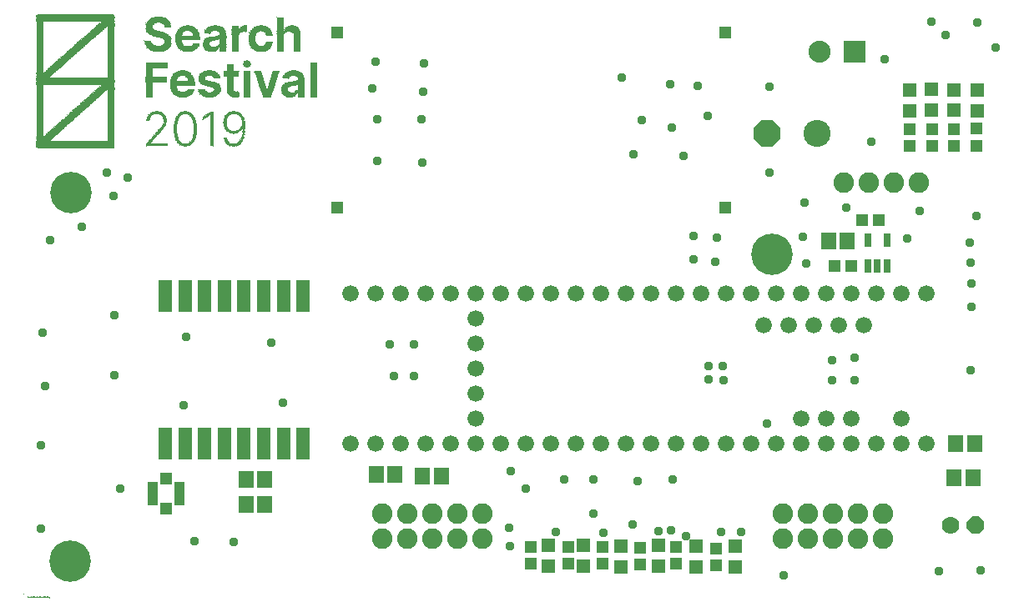
<source format=gbr>
G04 EAGLE Gerber RS-274X export*
G75*
%MOMM*%
%FSLAX34Y34*%
%LPD*%
%INSoldermask Top*%
%IPPOS*%
%AMOC8*
5,1,8,0,0,1.08239X$1,22.5*%
G01*
%ADD10R,0.001069X0.001069*%
%ADD11R,7.647300X0.042238*%
%ADD12R,7.774000X0.042263*%
%ADD13R,0.042300X0.042250*%
%ADD14R,7.689500X0.042250*%
%ADD15R,0.042200X0.042250*%
%ADD16R,7.816200X0.042250*%
%ADD17R,7.943000X0.042250*%
%ADD18R,7.985300X0.042250*%
%ADD19R,0.380300X0.042250*%
%ADD20R,0.422500X0.042250*%
%ADD21R,2.197000X0.042250*%
%ADD22R,0.845000X0.042250*%
%ADD23R,0.295700X0.042250*%
%ADD24R,2.154700X0.042250*%
%ADD25R,0.084500X0.042250*%
%ADD26R,0.887200X0.042250*%
%ADD27R,1.014000X0.042250*%
%ADD28R,1.098500X0.042250*%
%ADD29R,1.183000X0.042250*%
%ADD30R,1.140800X0.042250*%
%ADD31R,1.309700X0.042250*%
%ADD32R,1.309800X0.042250*%
%ADD33R,7.985300X0.042238*%
%ADD34R,2.154700X0.042238*%
%ADD35R,0.549200X0.042238*%
%ADD36R,0.507000X0.042238*%
%ADD37R,0.295700X0.042238*%
%ADD38R,0.464800X0.042238*%
%ADD39R,7.985300X0.042263*%
%ADD40R,0.380300X0.042263*%
%ADD41R,0.042300X0.042263*%
%ADD42R,0.422500X0.042263*%
%ADD43R,0.295700X0.042263*%
%ADD44R,0.338000X0.042263*%
%ADD45R,0.042200X0.042263*%
%ADD46R,0.338000X0.042250*%
%ADD47R,0.295800X0.042250*%
%ADD48R,0.380200X0.042250*%
%ADD49R,1.394300X0.042250*%
%ADD50R,0.718300X0.042250*%
%ADD51R,1.436500X0.042250*%
%ADD52R,0.253500X0.042250*%
%ADD53R,0.211200X0.042250*%
%ADD54R,0.211300X0.042250*%
%ADD55R,1.563300X0.042250*%
%ADD56R,1.605500X0.042250*%
%ADD57R,1.647800X0.042250*%
%ADD58R,1.732300X0.042250*%
%ADD59R,1.774500X0.042250*%
%ADD60R,1.774500X0.042238*%
%ADD61R,0.718300X0.042238*%
%ADD62R,0.295800X0.042238*%
%ADD63R,0.042300X0.042238*%
%ADD64R,1.816800X0.042263*%
%ADD65R,0.718300X0.042263*%
%ADD66R,0.380200X0.042263*%
%ADD67R,0.295800X0.042263*%
%ADD68R,0.253500X0.042263*%
%ADD69R,1.901300X0.042250*%
%ADD70R,0.760500X0.042250*%
%ADD71R,1.056200X0.042250*%
%ADD72R,1.140700X0.042250*%
%ADD73R,1.056300X0.042250*%
%ADD74R,0.633700X0.042250*%
%ADD75R,0.802700X0.042250*%
%ADD76R,0.802800X0.042250*%
%ADD77R,1.267500X0.042250*%
%ADD78R,0.464700X0.042250*%
%ADD79R,0.549200X0.042250*%
%ADD80R,0.507000X0.042250*%
%ADD81R,0.760500X0.042238*%
%ADD82R,1.098500X0.042238*%
%ADD83R,0.338000X0.042238*%
%ADD84R,0.422500X0.042238*%
%ADD85R,0.760500X0.042263*%
%ADD86R,1.140700X0.042263*%
%ADD87R,1.140800X0.042238*%
%ADD88R,0.971800X0.042263*%
%ADD89R,0.042200X0.042238*%
%ADD90R,1.056200X0.042238*%
%ADD91R,0.253500X0.042238*%
%ADD92R,1.140800X0.042263*%
%ADD93R,0.169000X0.042250*%
%ADD94R,0.126800X0.042250*%
%ADD95R,1.098500X0.042263*%
%ADD96R,0.464800X0.042250*%
%ADD97R,1.183000X0.042238*%
%ADD98R,0.464700X0.042238*%
%ADD99R,0.718200X0.042238*%
%ADD100R,1.056200X0.042263*%
%ADD101R,1.394200X0.042263*%
%ADD102R,1.352000X0.042263*%
%ADD103R,0.633700X0.042263*%
%ADD104R,0.676000X0.042263*%
%ADD105R,1.225300X0.042250*%
%ADD106R,0.591500X0.042250*%
%ADD107R,0.971800X0.042250*%
%ADD108R,0.676000X0.042250*%
%ADD109R,0.718200X0.042250*%
%ADD110R,0.887300X0.042250*%
%ADD111R,0.126700X0.042250*%
%ADD112R,0.929500X0.042250*%
%ADD113R,1.478700X0.042250*%
%ADD114R,0.971700X0.042250*%
%ADD115R,1.521000X0.042250*%
%ADD116R,1.225200X0.042250*%
%ADD117R,1.690000X0.042250*%
%ADD118R,1.352000X0.042250*%
%ADD119R,1.732200X0.042250*%
%ADD120R,1.394200X0.042250*%
%ADD121R,1.816800X0.042250*%
%ADD122R,1.859000X0.042250*%
%ADD123R,1.901200X0.042250*%
%ADD124R,1.478800X0.042250*%
%ADD125R,2.028000X0.042250*%
%ADD126R,2.070300X0.042250*%
%ADD127R,2.281500X0.042250*%
%ADD128R,2.112500X0.042250*%
%ADD129R,2.323800X0.042250*%
%ADD130R,0.633800X0.042250*%
%ADD131R,1.647800X0.042238*%
%ADD132R,0.676000X0.042238*%
%ADD133R,0.802700X0.042238*%
%ADD134R,0.633700X0.042238*%
%ADD135R,0.633800X0.042238*%
%ADD136R,1.605500X0.042263*%
%ADD137R,0.718200X0.042263*%
%ADD138R,0.929500X0.042263*%
%ADD139R,1.563300X0.042238*%
%ADD140R,1.056300X0.042238*%
%ADD141R,0.802800X0.042238*%
%ADD142R,1.436500X0.042263*%
%ADD143R,1.225300X0.042263*%
%ADD144R,0.084500X0.042263*%
%ADD145R,1.563200X0.042250*%
%ADD146R,2.492800X0.042250*%
%ADD147R,2.492800X0.042238*%
%ADD148R,1.816800X0.042238*%
%ADD149R,2.112500X0.042238*%
%ADD150R,2.492800X0.042263*%
%ADD151R,1.690000X0.042263*%
%ADD152R,2.028000X0.042263*%
%ADD153R,1.985800X0.042250*%
%ADD154R,8.027500X0.042250*%
%ADD155R,8.027500X0.042238*%
%ADD156R,1.140700X0.042238*%
%ADD157R,0.929500X0.042238*%
%ADD158R,8.027500X0.042263*%
%ADD159R,2.154700X0.042263*%
%ADD160R,0.845000X0.042263*%
%ADD161R,0.549300X0.042238*%
%ADD162R,2.070200X0.042250*%
%ADD163R,1.605500X0.042238*%
%ADD164R,1.985800X0.042238*%
%ADD165R,2.070300X0.042238*%
%ADD166R,2.028000X0.042238*%
%ADD167R,1.563300X0.042263*%
%ADD168R,1.943500X0.042263*%
%ADD169R,1.985700X0.042263*%
%ADD170R,1.943500X0.042250*%
%ADD171R,0.971700X0.042238*%
%ADD172R,0.126700X0.042238*%
%ADD173R,0.802800X0.042263*%
%ADD174R,0.887300X0.042263*%
%ADD175R,1.056300X0.042263*%
%ADD176R,0.507000X0.042263*%
%ADD177R,0.549300X0.042250*%
%ADD178R,1.014000X0.042238*%
%ADD179R,2.281500X0.042238*%
%ADD180R,2.281500X0.042263*%
%ADD181R,1.521000X0.042238*%
%ADD182R,0.084500X0.042238*%
%ADD183R,1.352000X0.042238*%
%ADD184R,1.732200X0.042263*%
%ADD185R,1.394300X0.042263*%
%ADD186R,1.985700X0.042250*%
%ADD187R,2.366000X0.042250*%
%ADD188R,2.408200X0.042250*%
%ADD189R,2.535000X0.042250*%
%ADD190R,2.450500X0.042250*%
%ADD191R,1.647700X0.042250*%
%ADD192R,6.591000X0.042250*%
%ADD193R,2.239200X0.042250*%
%ADD194R,2.154800X0.042250*%
%ADD195R,7.900700X0.042250*%
%ADD196R,7.520500X0.042250*%
%ADD197C,0.000000*%
%ADD198C,4.203200*%
%ADD199C,2.082800*%
%ADD200C,1.676400*%
%ADD201R,1.403200X3.203200*%
%ADD202R,1.311200X1.311200*%
%ADD203R,1.053200X2.403200*%
%ADD204R,1.203200X1.253200*%
%ADD205R,1.503200X1.803200*%
%ADD206R,1.503200X1.703200*%
%ADD207R,1.403200X1.403200*%
%ADD208R,1.303200X1.203200*%
%ADD209R,0.753200X1.403200*%
%ADD210R,1.203200X1.303200*%
%ADD211P,1.924489X8X22.500000*%
%ADD212C,1.778000*%
%ADD213R,2.235200X2.235200*%
%ADD214C,2.235200*%
%ADD215C,2.743200*%
%ADD216P,2.969212X8X202.500000*%
%ADD217C,0.959600*%


D10*
X-2822Y612D03*
D11*
X49010Y453343D03*
D12*
X49222Y453765D03*
D13*
X10140Y454188D03*
D14*
X49221Y454188D03*
D15*
X88303Y454188D03*
X9718Y454610D03*
D16*
X49433Y454610D03*
D17*
X48799Y455033D03*
D18*
X49010Y455455D03*
D15*
X121258Y455455D03*
D19*
X160550Y455455D03*
D15*
X188858Y455455D03*
D13*
X206180Y455455D03*
D20*
X209349Y455455D03*
D15*
X212518Y455455D03*
D18*
X49010Y455878D03*
D21*
X131609Y455878D03*
D22*
X160339Y455878D03*
D23*
X187590Y455878D03*
D22*
X209349Y455878D03*
D18*
X49010Y456300D03*
D24*
X131820Y456300D03*
D25*
X155691Y456300D03*
D26*
X160973Y456300D03*
D23*
X187590Y456300D03*
D27*
X209349Y456300D03*
D18*
X49010Y456723D03*
D24*
X131820Y456723D03*
D28*
X160339Y456723D03*
D23*
X187590Y456723D03*
D27*
X208927Y456723D03*
D13*
X214630Y456723D03*
D18*
X49010Y457145D03*
D24*
X131820Y457145D03*
D29*
X160339Y457145D03*
D23*
X187590Y457145D03*
D13*
X203645Y457145D03*
D30*
X209983Y457145D03*
D18*
X49010Y457568D03*
D21*
X131609Y457568D03*
D31*
X160550Y457568D03*
D23*
X187590Y457568D03*
D32*
X209138Y457568D03*
D33*
X49010Y457990D03*
D34*
X131820Y457990D03*
D35*
X155903Y457990D03*
D36*
X164987Y457990D03*
D37*
X187590Y457990D03*
D36*
X204702Y457990D03*
D38*
X214208Y457990D03*
D39*
X49010Y458413D03*
D40*
X123370Y458413D03*
D41*
X152945Y458413D03*
D40*
X155480Y458413D03*
D42*
X165831Y458413D03*
D43*
X187590Y458413D03*
D42*
X203856Y458413D03*
D44*
X214419Y458413D03*
D45*
X216743Y458413D03*
D18*
X49010Y458835D03*
D46*
X123582Y458835D03*
D19*
X154635Y458835D03*
D20*
X166254Y458835D03*
D23*
X187590Y458835D03*
D46*
X203012Y458835D03*
D13*
X205335Y458835D03*
D47*
X215053Y458835D03*
D13*
X217165Y458835D03*
D18*
X49010Y459258D03*
D46*
X124004Y459258D03*
D48*
X154213Y459258D03*
D46*
X166677Y459258D03*
D23*
X187590Y459258D03*
X202800Y459258D03*
D15*
X204913Y459258D03*
D23*
X215475Y459258D03*
D15*
X217588Y459258D03*
D18*
X49010Y459680D03*
D46*
X124427Y459680D03*
X154002Y459680D03*
D48*
X166888Y459680D03*
D23*
X187590Y459680D03*
D47*
X202378Y459680D03*
D13*
X204490Y459680D03*
D46*
X216109Y459680D03*
D18*
X49010Y460103D03*
D46*
X124849Y460103D03*
D19*
X153790Y460103D03*
D13*
X165620Y460103D03*
D47*
X167733Y460103D03*
D23*
X187590Y460103D03*
X201955Y460103D03*
D15*
X204068Y460103D03*
D46*
X216532Y460103D03*
D49*
X16055Y460525D03*
D50*
X85345Y460525D03*
D46*
X125272Y460525D03*
D48*
X153368Y460525D03*
X167733Y460525D03*
D23*
X187590Y460525D03*
D46*
X202167Y460525D03*
D47*
X216743Y460525D03*
D51*
X16266Y460948D03*
D50*
X85345Y460948D03*
D23*
X125060Y460948D03*
D15*
X127173Y460948D03*
D13*
X151255Y460948D03*
D52*
X153156Y460948D03*
D46*
X167944Y460948D03*
D23*
X187590Y460948D03*
D46*
X201744Y460948D03*
D23*
X217165Y460948D03*
D49*
X16055Y461370D03*
D13*
X23660Y461370D03*
D50*
X85345Y461370D03*
D47*
X125483Y461370D03*
D13*
X127595Y461370D03*
D46*
X152734Y461370D03*
D52*
X167944Y461370D03*
D13*
X169845Y461370D03*
D23*
X187590Y461370D03*
D47*
X201533Y461370D03*
D23*
X217165Y461370D03*
D51*
X16266Y461793D03*
D15*
X24083Y461793D03*
D50*
X85345Y461793D03*
D15*
X124638Y461793D03*
D53*
X126328Y461793D03*
D15*
X128018Y461793D03*
D46*
X152312Y461793D03*
D47*
X168578Y461793D03*
D23*
X187590Y461793D03*
D47*
X201533Y461793D03*
D13*
X216320Y461793D03*
D54*
X218010Y461793D03*
D55*
X16900Y462215D03*
D50*
X85345Y462215D03*
D46*
X126539Y462215D03*
X152312Y462215D03*
X168789Y462215D03*
D23*
X187590Y462215D03*
D52*
X201321Y462215D03*
X217799Y462215D03*
D56*
X17111Y462638D03*
D50*
X85345Y462638D03*
D46*
X126962Y462638D03*
D23*
X152100Y462638D03*
X169000Y462638D03*
X187590Y462638D03*
X201110Y462638D03*
X218010Y462638D03*
D57*
X17323Y463060D03*
D50*
X85345Y463060D03*
D46*
X127384Y463060D03*
D52*
X151889Y463060D03*
D23*
X169000Y463060D03*
X187590Y463060D03*
X201110Y463060D03*
D52*
X218221Y463060D03*
D58*
X17745Y463483D03*
D50*
X85345Y463483D03*
D46*
X127807Y463483D03*
D47*
X151678Y463483D03*
D52*
X169211Y463483D03*
D23*
X187590Y463483D03*
X201110Y463483D03*
D47*
X218433Y463483D03*
D59*
X17956Y463905D03*
D50*
X85345Y463905D03*
D52*
X127806Y463905D03*
D15*
X129708Y463905D03*
D47*
X151678Y463905D03*
X169423Y463905D03*
D23*
X187590Y463905D03*
X201110Y463905D03*
D52*
X218644Y463905D03*
D60*
X17956Y464328D03*
D61*
X85345Y464328D03*
D62*
X128018Y464328D03*
D63*
X130130Y464328D03*
D62*
X151678Y464328D03*
X169423Y464328D03*
D37*
X187590Y464328D03*
X218855Y464328D03*
D64*
X18168Y464750D03*
D65*
X85345Y464750D03*
D66*
X128863Y464750D03*
D44*
X151467Y464750D03*
D67*
X169423Y464750D03*
D43*
X187590Y464750D03*
D68*
X219066Y464750D03*
D69*
X18590Y465173D03*
D50*
X85345Y465173D03*
D19*
X129285Y465173D03*
D23*
X151255Y465173D03*
D47*
X169423Y465173D03*
D23*
X187590Y465173D03*
D52*
X219066Y465173D03*
D70*
X12886Y465595D03*
D71*
X22393Y465595D03*
D15*
X28308Y465595D03*
D50*
X85345Y465595D03*
D48*
X129708Y465595D03*
D23*
X151255Y465595D03*
X169845Y465595D03*
X187590Y465595D03*
D52*
X219066Y465595D03*
D70*
X12886Y466018D03*
D27*
X23027Y466018D03*
D13*
X28730Y466018D03*
D50*
X85345Y466018D03*
D19*
X130130Y466018D03*
D23*
X151255Y466018D03*
X169845Y466018D03*
X187590Y466018D03*
D52*
X219066Y466018D03*
D70*
X12886Y466440D03*
D28*
X23871Y466440D03*
D50*
X85345Y466440D03*
D15*
X128863Y466440D03*
D52*
X130764Y466440D03*
D47*
X150833Y466440D03*
D23*
X169845Y466440D03*
X187590Y466440D03*
D52*
X219066Y466440D03*
D70*
X12886Y466863D03*
D28*
X24294Y466863D03*
D50*
X85345Y466863D03*
D13*
X129285Y466863D03*
D52*
X131186Y466863D03*
D47*
X150833Y466863D03*
D23*
X169845Y466863D03*
X187590Y466863D03*
D47*
X219278Y466863D03*
D70*
X12886Y467285D03*
D72*
X24505Y467285D03*
D50*
X85345Y467285D03*
D46*
X131187Y467285D03*
D47*
X150833Y467285D03*
X170268Y467285D03*
D23*
X187590Y467285D03*
D47*
X219278Y467285D03*
D70*
X12886Y467708D03*
D29*
X25139Y467708D03*
D50*
X85345Y467708D03*
D46*
X131609Y467708D03*
D47*
X150833Y467708D03*
X170268Y467708D03*
D23*
X187590Y467708D03*
D52*
X219489Y467708D03*
D70*
X12886Y468130D03*
D73*
X25350Y468130D03*
D13*
X31265Y468130D03*
D50*
X85345Y468130D03*
D46*
X132032Y468130D03*
D47*
X150833Y468130D03*
X170268Y468130D03*
D23*
X187590Y468130D03*
D54*
X209560Y468130D03*
D52*
X219489Y468130D03*
D70*
X12886Y468553D03*
D27*
X25984Y468553D03*
D15*
X31688Y468553D03*
D50*
X85345Y468553D03*
D48*
X132243Y468553D03*
D46*
X150622Y468553D03*
D47*
X170268Y468553D03*
D23*
X187590Y468553D03*
D74*
X209560Y468553D03*
D52*
X219489Y468553D03*
D70*
X12886Y468975D03*
D30*
X26618Y468975D03*
D50*
X85345Y468975D03*
D13*
X130975Y468975D03*
D47*
X133088Y468975D03*
D23*
X150410Y468975D03*
D47*
X170268Y468975D03*
D23*
X187590Y468975D03*
D75*
X209560Y468975D03*
D52*
X219489Y468975D03*
D70*
X12886Y469398D03*
D15*
X21548Y469398D03*
D71*
X27463Y469398D03*
D50*
X85345Y469398D03*
D15*
X131398Y469398D03*
D23*
X133510Y469398D03*
X150410Y469398D03*
D47*
X170268Y469398D03*
D23*
X187590Y469398D03*
D25*
X205124Y469398D03*
D76*
X209983Y469398D03*
D23*
X219700Y469398D03*
D70*
X12886Y469820D03*
D13*
X21970Y469820D03*
D73*
X27885Y469820D03*
D50*
X85345Y469820D03*
D13*
X131820Y469820D03*
D47*
X133933Y469820D03*
D23*
X150410Y469820D03*
D47*
X170268Y469820D03*
D23*
X187590Y469820D03*
D73*
X209560Y469820D03*
D23*
X219700Y469820D03*
D70*
X12886Y470243D03*
D29*
X28097Y470243D03*
D50*
X85345Y470243D03*
D48*
X133933Y470243D03*
D23*
X150410Y470243D03*
D46*
X170479Y470243D03*
D23*
X187590Y470243D03*
D15*
X203223Y470243D03*
D29*
X209772Y470243D03*
D23*
X219700Y470243D03*
D70*
X12886Y470665D03*
D28*
X28519Y470665D03*
D50*
X85345Y470665D03*
D46*
X134144Y470665D03*
D23*
X150410Y470665D03*
X170690Y470665D03*
X187590Y470665D03*
D13*
X202800Y470665D03*
D77*
X209771Y470665D03*
D23*
X219700Y470665D03*
D70*
X12886Y471088D03*
D28*
X28941Y471088D03*
D50*
X85345Y471088D03*
D46*
X134567Y471088D03*
D23*
X150410Y471088D03*
X170690Y471088D03*
X187590Y471088D03*
D19*
X204490Y471088D03*
D25*
X207236Y471088D03*
D19*
X213785Y471088D03*
D13*
X216320Y471088D03*
D52*
X219911Y471088D03*
D70*
X12886Y471510D03*
D15*
X24083Y471510D03*
D27*
X29787Y471510D03*
D50*
X85345Y471510D03*
D15*
X133088Y471510D03*
D23*
X135200Y471510D03*
X150410Y471510D03*
X170690Y471510D03*
X187590Y471510D03*
D78*
X204490Y471510D03*
D23*
X214630Y471510D03*
D15*
X216743Y471510D03*
D52*
X219911Y471510D03*
D70*
X12886Y471933D03*
D13*
X24505Y471933D03*
D27*
X30209Y471933D03*
D50*
X85345Y471933D03*
D13*
X133510Y471933D03*
D47*
X135623Y471933D03*
D23*
X150410Y471933D03*
X170690Y471933D03*
X187590Y471933D03*
D20*
X203856Y471933D03*
D52*
X215264Y471933D03*
D13*
X217165Y471933D03*
D52*
X219911Y471933D03*
D70*
X12886Y472355D03*
D15*
X24928Y472355D03*
D71*
X30843Y472355D03*
D50*
X85345Y472355D03*
D15*
X133933Y472355D03*
D23*
X136045Y472355D03*
X150410Y472355D03*
X170690Y472355D03*
X187590Y472355D03*
D46*
X203012Y472355D03*
D13*
X205335Y472355D03*
D46*
X216109Y472355D03*
D52*
X219911Y472355D03*
D70*
X12886Y472778D03*
D30*
X30843Y472778D03*
D50*
X85345Y472778D03*
D19*
X136045Y472778D03*
D23*
X150410Y472778D03*
X170690Y472778D03*
X187590Y472778D03*
D20*
X203011Y472778D03*
D52*
X216531Y472778D03*
X219911Y472778D03*
D70*
X12886Y473200D03*
D72*
X31265Y473200D03*
D50*
X85345Y473200D03*
D23*
X136045Y473200D03*
D15*
X138158Y473200D03*
D23*
X150410Y473200D03*
X170690Y473200D03*
X187590Y473200D03*
D15*
X200688Y473200D03*
D23*
X202800Y473200D03*
D79*
X218433Y473200D03*
D70*
X12886Y473623D03*
D28*
X31899Y473623D03*
D50*
X85345Y473623D03*
D46*
X136679Y473623D03*
D23*
X150410Y473623D03*
X170690Y473623D03*
X187590Y473623D03*
D46*
X202167Y473623D03*
D80*
X218644Y473623D03*
D70*
X12886Y474045D03*
D13*
X27040Y474045D03*
D27*
X32744Y474045D03*
D50*
X85345Y474045D03*
D23*
X136890Y474045D03*
X150410Y474045D03*
X170690Y474045D03*
X187590Y474045D03*
D46*
X201744Y474045D03*
D80*
X218644Y474045D03*
D70*
X12886Y474468D03*
D15*
X27463Y474468D03*
D27*
X33167Y474468D03*
D50*
X85345Y474468D03*
D46*
X137102Y474468D03*
D23*
X150410Y474468D03*
X170690Y474468D03*
X187590Y474468D03*
D46*
X201744Y474468D03*
D78*
X218855Y474468D03*
D81*
X12886Y474890D03*
D82*
X33166Y474890D03*
D61*
X85345Y474890D03*
D83*
X137524Y474890D03*
D37*
X150410Y474890D03*
X170690Y474890D03*
X187590Y474890D03*
D62*
X201533Y474890D03*
D84*
X219066Y474890D03*
D85*
X12886Y475313D03*
D86*
X33800Y475313D03*
D65*
X85345Y475313D03*
D44*
X137947Y475313D03*
D43*
X150410Y475313D03*
X170690Y475313D03*
X187590Y475313D03*
X201110Y475313D03*
D42*
X219066Y475313D03*
D70*
X12886Y475735D03*
D30*
X34223Y475735D03*
D50*
X85345Y475735D03*
D47*
X138158Y475735D03*
D23*
X150410Y475735D03*
D46*
X170479Y475735D03*
D23*
X187590Y475735D03*
X201110Y475735D03*
D48*
X219278Y475735D03*
D70*
X12886Y476158D03*
D71*
X34223Y476158D03*
D15*
X40138Y476158D03*
D50*
X85345Y476158D03*
D46*
X138369Y476158D03*
D23*
X150410Y476158D03*
D47*
X170268Y476158D03*
D23*
X187590Y476158D03*
X201110Y476158D03*
D46*
X219489Y476158D03*
D70*
X12886Y476580D03*
D73*
X34645Y476580D03*
D13*
X40560Y476580D03*
D50*
X85345Y476580D03*
D46*
X138792Y476580D03*
D23*
X150410Y476580D03*
D47*
X170268Y476580D03*
D23*
X187590Y476580D03*
D52*
X200476Y476580D03*
D15*
X202378Y476580D03*
D46*
X219489Y476580D03*
D70*
X12886Y477003D03*
D27*
X35279Y477003D03*
D15*
X40983Y477003D03*
D50*
X85345Y477003D03*
D47*
X139003Y477003D03*
D23*
X150410Y477003D03*
D47*
X170268Y477003D03*
D23*
X187590Y477003D03*
D47*
X200688Y477003D03*
D48*
X219278Y477003D03*
D70*
X12886Y477425D03*
D28*
X36124Y477425D03*
D50*
X85345Y477425D03*
D47*
X139003Y477425D03*
D46*
X150622Y477425D03*
D47*
X170268Y477425D03*
D23*
X187590Y477425D03*
D47*
X200688Y477425D03*
D46*
X219489Y477425D03*
D81*
X12886Y477848D03*
D87*
X36758Y477848D03*
D61*
X85345Y477848D03*
D37*
X139425Y477848D03*
D62*
X150833Y477848D03*
X170268Y477848D03*
D37*
X187590Y477848D03*
D62*
X200688Y477848D03*
D83*
X219489Y477848D03*
D70*
X12886Y478270D03*
D72*
X37180Y478270D03*
D50*
X85345Y478270D03*
D23*
X139425Y478270D03*
D47*
X150833Y478270D03*
X170268Y478270D03*
D23*
X187590Y478270D03*
D47*
X200688Y478270D03*
D46*
X219489Y478270D03*
D85*
X12886Y478693D03*
D41*
X32110Y478693D03*
D88*
X37603Y478693D03*
D41*
X43095Y478693D03*
D65*
X85345Y478693D03*
D68*
X139636Y478693D03*
D67*
X150833Y478693D03*
D44*
X170057Y478693D03*
D43*
X187590Y478693D03*
D67*
X200688Y478693D03*
D44*
X219489Y478693D03*
D70*
X12886Y479115D03*
D71*
X37603Y479115D03*
D15*
X43518Y479115D03*
D50*
X85345Y479115D03*
D52*
X139636Y479115D03*
D47*
X150833Y479115D03*
D23*
X169845Y479115D03*
X187590Y479115D03*
D46*
X200477Y479115D03*
X219489Y479115D03*
D70*
X12886Y479538D03*
D30*
X38448Y479538D03*
D50*
X85345Y479538D03*
D52*
X139636Y479538D03*
D46*
X151044Y479538D03*
D23*
X169845Y479538D03*
X187590Y479538D03*
D46*
X200477Y479538D03*
D47*
X219278Y479538D03*
D70*
X12886Y479960D03*
D28*
X39081Y479960D03*
D50*
X85345Y479960D03*
D47*
X139848Y479960D03*
D23*
X151255Y479960D03*
X169845Y479960D03*
X187590Y479960D03*
D47*
X200688Y479960D03*
X219278Y479960D03*
D70*
X12886Y480383D03*
D28*
X39504Y480383D03*
D50*
X85345Y480383D03*
D47*
X139848Y480383D03*
D23*
X151255Y480383D03*
D46*
X169634Y480383D03*
D23*
X187590Y480383D03*
D47*
X200688Y480383D03*
X219278Y480383D03*
D70*
X12886Y480805D03*
D30*
X40138Y480805D03*
D50*
X85345Y480805D03*
D47*
X139848Y480805D03*
D23*
X151255Y480805D03*
D47*
X169423Y480805D03*
D23*
X187590Y480805D03*
D47*
X200688Y480805D03*
X219278Y480805D03*
D81*
X12886Y481228D03*
D89*
X35068Y481228D03*
D90*
X40983Y481228D03*
D61*
X85345Y481228D03*
D37*
X122525Y481228D03*
D62*
X139848Y481228D03*
X151678Y481228D03*
X169423Y481228D03*
D37*
X187590Y481228D03*
D62*
X200688Y481228D03*
D91*
X219066Y481228D03*
D85*
X12886Y481650D03*
D92*
X40983Y481650D03*
D65*
X85345Y481650D03*
D43*
X122525Y481650D03*
D67*
X139848Y481650D03*
X151678Y481650D03*
X169423Y481650D03*
D43*
X187590Y481650D03*
D67*
X200688Y481650D03*
D68*
X219066Y481650D03*
D70*
X12886Y482073D03*
D72*
X41405Y482073D03*
D50*
X85345Y482073D03*
D23*
X122525Y482073D03*
D47*
X139848Y482073D03*
X151678Y482073D03*
D52*
X169211Y482073D03*
D25*
X178084Y482073D03*
D23*
X187590Y482073D03*
D47*
X200688Y482073D03*
D52*
X219066Y482073D03*
D70*
X12886Y482495D03*
D30*
X41828Y482495D03*
D50*
X85345Y482495D03*
D46*
X122737Y482495D03*
D47*
X139848Y482495D03*
D52*
X151889Y482495D03*
D23*
X169000Y482495D03*
D13*
X178295Y482495D03*
X179140Y482495D03*
D23*
X187590Y482495D03*
D46*
X200899Y482495D03*
D23*
X218855Y482495D03*
D70*
X12886Y482918D03*
D28*
X42461Y482918D03*
D50*
X85345Y482918D03*
D47*
X122948Y482918D03*
X139848Y482918D03*
D23*
X152100Y482918D03*
X169000Y482918D03*
D93*
X178929Y482918D03*
D23*
X187590Y482918D03*
X201110Y482918D03*
X218855Y482918D03*
D70*
X12886Y483340D03*
D27*
X42462Y483340D03*
D13*
X48165Y483340D03*
D50*
X85345Y483340D03*
D47*
X122948Y483340D03*
D23*
X139425Y483340D03*
X152100Y483340D03*
D46*
X168789Y483340D03*
D94*
X178718Y483340D03*
D25*
X180196Y483340D03*
D23*
X187590Y483340D03*
D52*
X200899Y483340D03*
D13*
X202800Y483340D03*
D47*
X218433Y483340D03*
D70*
X12886Y483763D03*
D28*
X43306Y483763D03*
D50*
X85345Y483763D03*
D47*
X122948Y483763D03*
D52*
X139636Y483763D03*
D46*
X152312Y483763D03*
D47*
X168578Y483763D03*
X179563Y483763D03*
D23*
X187590Y483763D03*
D52*
X201321Y483763D03*
D47*
X218433Y483763D03*
D81*
X12886Y484185D03*
D82*
X43729Y484185D03*
D61*
X85345Y484185D03*
D37*
X123370Y484185D03*
X139425Y484185D03*
D62*
X152523Y484185D03*
D83*
X168367Y484185D03*
X179774Y484185D03*
D37*
X187590Y484185D03*
D62*
X201533Y484185D03*
D91*
X217799Y484185D03*
D63*
X219700Y484185D03*
D85*
X12886Y484608D03*
D95*
X44151Y484608D03*
D65*
X85345Y484608D03*
D43*
X123370Y484608D03*
X139425Y484608D03*
D44*
X152734Y484608D03*
X168367Y484608D03*
D40*
X179985Y484608D03*
D43*
X187590Y484608D03*
D44*
X201744Y484608D03*
D43*
X218010Y484608D03*
D70*
X12886Y485030D03*
D72*
X44785Y485030D03*
D50*
X85345Y485030D03*
D46*
X123582Y485030D03*
X139214Y485030D03*
X153157Y485030D03*
X167944Y485030D03*
D96*
X180408Y485030D03*
D23*
X187590Y485030D03*
D19*
X201955Y485030D03*
D48*
X217588Y485030D03*
D70*
X12886Y485453D03*
D27*
X44997Y485453D03*
D13*
X50700Y485453D03*
D50*
X85345Y485453D03*
D46*
X124004Y485453D03*
X138792Y485453D03*
D23*
X152945Y485453D03*
D15*
X155058Y485453D03*
D46*
X167522Y485453D03*
D96*
X181253Y485453D03*
D23*
X187590Y485453D03*
X201955Y485453D03*
D15*
X204068Y485453D03*
D46*
X217377Y485453D03*
D70*
X12886Y485875D03*
D27*
X45419Y485875D03*
D15*
X51123Y485875D03*
D50*
X85345Y485875D03*
D52*
X124004Y485875D03*
D13*
X125905Y485875D03*
D46*
X138369Y485875D03*
D47*
X153368Y485875D03*
D13*
X155480Y485875D03*
X165620Y485875D03*
D52*
X167521Y485875D03*
D20*
X181886Y485875D03*
D23*
X187590Y485875D03*
D47*
X202378Y485875D03*
D13*
X204490Y485875D03*
D46*
X216954Y485875D03*
D70*
X12886Y486298D03*
D28*
X46264Y486298D03*
D50*
X85345Y486298D03*
D46*
X124427Y486298D03*
D23*
X137735Y486298D03*
D15*
X139848Y486298D03*
D48*
X154213Y486298D03*
X166888Y486298D03*
D15*
X180408Y486298D03*
D48*
X182943Y486298D03*
D23*
X187590Y486298D03*
D13*
X201110Y486298D03*
D52*
X203011Y486298D03*
D15*
X204913Y486298D03*
D46*
X216532Y486298D03*
D70*
X12886Y486720D03*
D28*
X46686Y486720D03*
D50*
X85345Y486720D03*
D46*
X124849Y486720D03*
D19*
X137735Y486720D03*
D46*
X154424Y486720D03*
X166677Y486720D03*
D13*
X180830Y486720D03*
D47*
X182943Y486720D03*
D13*
X185055Y486720D03*
D23*
X187590Y486720D03*
D15*
X201533Y486720D03*
D46*
X203857Y486720D03*
D19*
X216320Y486720D03*
D70*
X12886Y487143D03*
D13*
X41405Y487143D03*
D73*
X47320Y487143D03*
D50*
X85345Y487143D03*
D13*
X123370Y487143D03*
D46*
X125694Y487143D03*
D48*
X137313Y487143D03*
D19*
X154635Y487143D03*
D20*
X166254Y487143D03*
D75*
X185055Y487143D03*
D20*
X203856Y487143D03*
D48*
X215898Y487143D03*
D81*
X12886Y487565D03*
D97*
X47532Y487565D03*
D61*
X85345Y487565D03*
D98*
X125905Y487565D03*
D35*
X136468Y487565D03*
D84*
X155269Y487565D03*
D63*
X158015Y487565D03*
D98*
X165620Y487565D03*
D99*
X185478Y487565D03*
D36*
X204702Y487565D03*
D98*
X215475Y487565D03*
D85*
X12886Y487988D03*
D100*
X47743Y487988D03*
D45*
X53658Y487988D03*
D65*
X85345Y487988D03*
D101*
X131398Y487988D03*
D102*
X160339Y487988D03*
D103*
X185900Y487988D03*
D104*
X205969Y487988D03*
X213574Y487988D03*
D70*
X12886Y488410D03*
D73*
X48165Y488410D03*
D13*
X54080Y488410D03*
D50*
X85345Y488410D03*
D105*
X130975Y488410D03*
D13*
X137735Y488410D03*
D77*
X160339Y488410D03*
D106*
X186111Y488410D03*
D15*
X203223Y488410D03*
D77*
X210194Y488410D03*
D70*
X12886Y488833D03*
D72*
X49010Y488833D03*
D50*
X85345Y488833D03*
D72*
X130975Y488833D03*
D15*
X137313Y488833D03*
D29*
X160339Y488833D03*
D80*
X186534Y488833D03*
D77*
X209771Y488833D03*
D70*
X12886Y489255D03*
D13*
X43940Y489255D03*
D27*
X49644Y489255D03*
D50*
X85345Y489255D03*
D30*
X131398Y489255D03*
D107*
X160128Y489255D03*
D13*
X165620Y489255D03*
D78*
X186745Y489255D03*
D30*
X209983Y489255D03*
D70*
X12886Y489678D03*
D15*
X44363Y489678D03*
D71*
X50278Y489678D03*
D50*
X85345Y489678D03*
D107*
X131398Y489678D03*
D22*
X159917Y489678D03*
D25*
X164986Y489678D03*
D48*
X187168Y489678D03*
D27*
X209772Y489678D03*
D70*
X12886Y490100D03*
D29*
X50489Y490100D03*
D50*
X85345Y490100D03*
X130975Y490100D03*
D15*
X135623Y490100D03*
X156748Y490100D03*
D74*
X160550Y490100D03*
D15*
X164353Y490100D03*
X188858Y490100D03*
D108*
X209772Y490100D03*
D13*
X213785Y490100D03*
D70*
X12886Y490523D03*
D28*
X50911Y490523D03*
D50*
X85345Y490523D03*
D47*
X131398Y490523D03*
D23*
X160550Y490523D03*
D20*
X209771Y490523D03*
D70*
X12886Y490945D03*
D28*
X51334Y490945D03*
D50*
X85345Y490945D03*
D70*
X12886Y491368D03*
D13*
X46475Y491368D03*
D27*
X52179Y491368D03*
D50*
X85345Y491368D03*
D70*
X12886Y491790D03*
D15*
X46898Y491790D03*
D27*
X52602Y491790D03*
D50*
X85345Y491790D03*
D70*
X12886Y492213D03*
D13*
X47320Y492213D03*
D27*
X53024Y492213D03*
D50*
X85345Y492213D03*
D70*
X12886Y492635D03*
D72*
X53235Y492635D03*
D50*
X85345Y492635D03*
D70*
X12886Y493058D03*
D30*
X53658Y493058D03*
D50*
X85345Y493058D03*
D70*
X12886Y493480D03*
D72*
X54080Y493480D03*
D50*
X85345Y493480D03*
D70*
X12886Y493903D03*
D30*
X54503Y493903D03*
D50*
X85345Y493903D03*
D70*
X12886Y494325D03*
D13*
X49855Y494325D03*
D27*
X55559Y494325D03*
D50*
X85345Y494325D03*
D70*
X12886Y494748D03*
D28*
X55559Y494748D03*
D50*
X85345Y494748D03*
D70*
X12886Y495170D03*
D30*
X56193Y495170D03*
D50*
X85345Y495170D03*
D70*
X12886Y495593D03*
D72*
X56615Y495593D03*
D50*
X85345Y495593D03*
D70*
X12886Y496015D03*
D30*
X57038Y496015D03*
D50*
X85345Y496015D03*
D70*
X12886Y496438D03*
D71*
X57038Y496438D03*
D15*
X62953Y496438D03*
D50*
X85345Y496438D03*
D70*
X12886Y496860D03*
D30*
X57883Y496860D03*
D50*
X85345Y496860D03*
D70*
X12886Y497283D03*
D28*
X58516Y497283D03*
D50*
X85345Y497283D03*
D70*
X12886Y497705D03*
D28*
X58939Y497705D03*
D50*
X85345Y497705D03*
D70*
X12886Y498128D03*
D30*
X59573Y498128D03*
D50*
X85345Y498128D03*
D70*
X12886Y498550D03*
D15*
X54503Y498550D03*
D71*
X60418Y498550D03*
D50*
X85345Y498550D03*
D70*
X12886Y498973D03*
D13*
X54925Y498973D03*
D73*
X60840Y498973D03*
D50*
X85345Y498973D03*
D70*
X12886Y499395D03*
D72*
X60840Y499395D03*
D50*
X85345Y499395D03*
D70*
X12886Y499818D03*
D30*
X61263Y499818D03*
D50*
X85345Y499818D03*
D70*
X12886Y500240D03*
D28*
X61896Y500240D03*
D50*
X85345Y500240D03*
D70*
X12886Y500663D03*
D15*
X57038Y500663D03*
D27*
X62742Y500663D03*
D50*
X85345Y500663D03*
D70*
X12886Y501085D03*
D13*
X57460Y501085D03*
D73*
X63375Y501085D03*
D50*
X85345Y501085D03*
D70*
X12886Y501508D03*
D72*
X63375Y501508D03*
D50*
X85345Y501508D03*
D70*
X12886Y501930D03*
D30*
X63798Y501930D03*
D50*
X85345Y501930D03*
D70*
X12886Y502353D03*
D72*
X64220Y502353D03*
D50*
X85345Y502353D03*
D70*
X12886Y502775D03*
D27*
X64432Y502775D03*
D13*
X70135Y502775D03*
D50*
X85345Y502775D03*
D70*
X12886Y503198D03*
D27*
X64854Y503198D03*
D15*
X70558Y503198D03*
D50*
X85345Y503198D03*
D70*
X12886Y503620D03*
D27*
X65277Y503620D03*
D13*
X70980Y503620D03*
D50*
X85345Y503620D03*
D70*
X12886Y504043D03*
D28*
X66121Y504043D03*
D50*
X85345Y504043D03*
D70*
X12886Y504465D03*
D72*
X66755Y504465D03*
D50*
X85345Y504465D03*
D70*
X12886Y504888D03*
D30*
X67178Y504888D03*
D50*
X85345Y504888D03*
D20*
X158226Y504888D03*
D80*
X185267Y504888D03*
D13*
X210405Y504888D03*
D25*
X211461Y504888D03*
D48*
X266598Y504888D03*
D70*
X12886Y505310D03*
D71*
X67178Y505310D03*
D15*
X73093Y505310D03*
D50*
X85345Y505310D03*
D109*
X123793Y505310D03*
D22*
X157804Y505310D03*
D110*
X185055Y505310D03*
D108*
X211039Y505310D03*
D50*
X223080Y505310D03*
D75*
X243360Y505310D03*
D109*
X266598Y505310D03*
D108*
X278217Y505310D03*
X290469Y505310D03*
D70*
X12886Y505733D03*
D27*
X67812Y505733D03*
D13*
X73515Y505733D03*
D50*
X85345Y505733D03*
D109*
X123793Y505733D03*
D111*
X152945Y505733D03*
D112*
X158649Y505733D03*
D72*
X185055Y505733D03*
D22*
X211039Y505733D03*
D50*
X223080Y505733D03*
D22*
X243149Y505733D03*
D26*
X266598Y505733D03*
D108*
X278217Y505733D03*
D50*
X290680Y505733D03*
D70*
X12886Y506155D03*
D28*
X68656Y506155D03*
D50*
X85345Y506155D03*
D109*
X123793Y506155D03*
D77*
X157804Y506155D03*
D31*
X185055Y506155D03*
D112*
X210616Y506155D03*
D50*
X223080Y506155D03*
D22*
X243149Y506155D03*
D27*
X266809Y506155D03*
D108*
X278217Y506155D03*
D50*
X290680Y506155D03*
D70*
X12886Y506578D03*
D30*
X68868Y506578D03*
D50*
X85345Y506578D03*
D109*
X123793Y506578D03*
D49*
X158015Y506578D03*
D113*
X185055Y506578D03*
D114*
X210405Y506578D03*
D50*
X223080Y506578D03*
D22*
X243149Y506578D03*
D30*
X266598Y506578D03*
D108*
X278217Y506578D03*
D50*
X290680Y506578D03*
D70*
X12886Y507000D03*
D15*
X63798Y507000D03*
D71*
X69713Y507000D03*
D50*
X85345Y507000D03*
D109*
X123793Y507000D03*
D115*
X157804Y507000D03*
D55*
X185055Y507000D03*
D27*
X210194Y507000D03*
D50*
X223080Y507000D03*
D112*
X243149Y507000D03*
D116*
X266598Y507000D03*
D108*
X278217Y507000D03*
D50*
X290680Y507000D03*
D70*
X12886Y507423D03*
D29*
X69924Y507423D03*
D50*
X85345Y507423D03*
D109*
X123793Y507423D03*
D117*
X157804Y507423D03*
D59*
X184844Y507423D03*
D71*
X209983Y507423D03*
D50*
X223080Y507423D03*
D112*
X243149Y507423D03*
D118*
X266387Y507423D03*
D108*
X278217Y507423D03*
D50*
X290680Y507423D03*
D70*
X12886Y507845D03*
D73*
X70135Y507845D03*
D13*
X76050Y507845D03*
D50*
X85345Y507845D03*
D109*
X123793Y507845D03*
D15*
X149143Y507845D03*
D119*
X158438Y507845D03*
D13*
X175760Y507845D03*
D59*
X185266Y507845D03*
D28*
X209771Y507845D03*
D50*
X223080Y507845D03*
D27*
X243149Y507845D03*
D120*
X266598Y507845D03*
D108*
X278217Y507845D03*
D50*
X290680Y507845D03*
D70*
X12886Y508268D03*
D72*
X70980Y508268D03*
D50*
X85345Y508268D03*
D109*
X123793Y508268D03*
D13*
X148720Y508268D03*
D121*
X158438Y508268D03*
D15*
X175338Y508268D03*
D59*
X184844Y508268D03*
D13*
X194350Y508268D03*
D28*
X209349Y508268D03*
D50*
X223080Y508268D03*
D27*
X243149Y508268D03*
D49*
X266175Y508268D03*
D13*
X273780Y508268D03*
D108*
X278217Y508268D03*
D50*
X290680Y508268D03*
D70*
X12886Y508690D03*
D28*
X71191Y508690D03*
D50*
X85345Y508690D03*
D109*
X123793Y508690D03*
D15*
X148298Y508690D03*
D122*
X158227Y508690D03*
D123*
X184633Y508690D03*
D15*
X194773Y508690D03*
D30*
X209138Y508690D03*
D50*
X223080Y508690D03*
D27*
X243149Y508690D03*
D124*
X266598Y508690D03*
D108*
X278217Y508690D03*
D50*
X290680Y508690D03*
D70*
X12886Y509113D03*
D15*
X66333Y509113D03*
D27*
X72037Y509113D03*
D50*
X85345Y509113D03*
D109*
X123793Y509113D03*
D125*
X157804Y509113D03*
D126*
X185055Y509113D03*
D30*
X209138Y509113D03*
D50*
X223080Y509113D03*
D28*
X243149Y509113D03*
D127*
X270189Y509113D03*
D50*
X290680Y509113D03*
D70*
X12886Y509535D03*
D13*
X66755Y509535D03*
D27*
X72459Y509535D03*
D50*
X85345Y509535D03*
D109*
X123793Y509535D03*
D126*
X158015Y509535D03*
D128*
X184844Y509535D03*
D29*
X208927Y509535D03*
D50*
X223080Y509535D03*
D28*
X243149Y509535D03*
D129*
X269978Y509535D03*
D50*
X290680Y509535D03*
D70*
X12886Y509958D03*
D72*
X72670Y509958D03*
D50*
X85345Y509958D03*
D109*
X123793Y509958D03*
D128*
X157804Y509958D03*
D112*
X178929Y509958D03*
X191181Y509958D03*
D72*
X208715Y509958D03*
D50*
X223080Y509958D03*
D29*
X243149Y509958D03*
D22*
X262584Y509958D03*
D73*
X276315Y509958D03*
D50*
X290680Y509958D03*
D70*
X12886Y510380D03*
D28*
X73304Y510380D03*
D50*
X85345Y510380D03*
D109*
X123793Y510380D03*
D110*
X151255Y510380D03*
D26*
X164353Y510380D03*
D110*
X178295Y510380D03*
D22*
X192027Y510380D03*
D72*
X208715Y510380D03*
D50*
X223080Y510380D03*
D72*
X243360Y510380D03*
D70*
X262161Y510380D03*
D107*
X276738Y510380D03*
D50*
X290680Y510380D03*
D70*
X12886Y510803D03*
D28*
X73726Y510803D03*
D50*
X85345Y510803D03*
D109*
X123793Y510803D03*
D76*
X150833Y510803D03*
D25*
X161184Y510803D03*
D108*
X165409Y510803D03*
D76*
X177873Y510803D03*
X192238Y510803D03*
D112*
X207236Y510803D03*
D25*
X213996Y510803D03*
D50*
X223080Y510803D03*
D29*
X243572Y510803D03*
D70*
X261739Y510803D03*
D15*
X272513Y510803D03*
D22*
X277372Y510803D03*
D50*
X290680Y510803D03*
D70*
X12886Y511225D03*
D28*
X74149Y511225D03*
D50*
X85345Y511225D03*
D109*
X123793Y511225D03*
D75*
X150410Y511225D03*
D15*
X161818Y511225D03*
D108*
X165832Y511225D03*
D75*
X177450Y511225D03*
D70*
X192449Y511225D03*
D76*
X206603Y511225D03*
D50*
X223080Y511225D03*
D105*
X243360Y511225D03*
D109*
X261528Y511225D03*
D13*
X272935Y511225D03*
D76*
X277583Y511225D03*
D50*
X290680Y511225D03*
D70*
X12886Y511648D03*
D13*
X69290Y511648D03*
D27*
X74994Y511648D03*
D50*
X85345Y511648D03*
D109*
X123793Y511648D03*
D70*
X149776Y511648D03*
D50*
X165620Y511648D03*
D70*
X177239Y511648D03*
X192871Y511648D03*
X206391Y511648D03*
D50*
X223080Y511648D03*
D105*
X243360Y511648D03*
D109*
X261528Y511648D03*
D15*
X273358Y511648D03*
D70*
X277794Y511648D03*
D50*
X290680Y511648D03*
D70*
X12886Y512070D03*
D72*
X75205Y512070D03*
D50*
X85345Y512070D03*
D109*
X123793Y512070D03*
D50*
X149565Y512070D03*
D109*
X166043Y512070D03*
X177028Y512070D03*
X193083Y512070D03*
D70*
X206391Y512070D03*
D50*
X223080Y512070D03*
D31*
X243360Y512070D03*
D108*
X261317Y512070D03*
D76*
X277583Y512070D03*
D50*
X290680Y512070D03*
D70*
X12886Y512493D03*
D30*
X75628Y512493D03*
D50*
X85345Y512493D03*
D109*
X123793Y512493D03*
D70*
X149354Y512493D03*
D108*
X166254Y512493D03*
D70*
X176816Y512493D03*
D109*
X193083Y512493D03*
D70*
X206391Y512493D03*
D50*
X223080Y512493D03*
D31*
X243360Y512493D03*
D108*
X261317Y512493D03*
D70*
X277794Y512493D03*
D50*
X290680Y512493D03*
D70*
X12886Y512915D03*
D121*
X79853Y512915D03*
D109*
X123793Y512915D03*
X149143Y512915D03*
D46*
X164564Y512915D03*
D80*
X178084Y512915D03*
D109*
X193083Y512915D03*
D70*
X206391Y512915D03*
D50*
X223080Y512915D03*
D130*
X239558Y512915D03*
D74*
X246740Y512915D03*
D108*
X261317Y512915D03*
D70*
X277794Y512915D03*
D50*
X290680Y512915D03*
D70*
X12886Y513338D03*
D121*
X79853Y513338D03*
D109*
X123793Y513338D03*
D74*
X148720Y513338D03*
D15*
X152523Y513338D03*
D109*
X193083Y513338D03*
D70*
X206391Y513338D03*
D50*
X223080Y513338D03*
D130*
X239558Y513338D03*
D74*
X246740Y513338D03*
D108*
X261317Y513338D03*
D50*
X278005Y513338D03*
X290680Y513338D03*
D70*
X12886Y513760D03*
D59*
X80064Y513760D03*
D109*
X123793Y513760D03*
D108*
X148932Y513760D03*
D70*
X192871Y513760D03*
X206391Y513760D03*
D50*
X223080Y513760D03*
D130*
X239558Y513760D03*
D74*
X246740Y513760D03*
D108*
X261317Y513760D03*
D50*
X278005Y513760D03*
X290680Y513760D03*
D70*
X12886Y514183D03*
D58*
X80275Y514183D03*
D109*
X123793Y514183D03*
D108*
X148932Y514183D03*
D70*
X192871Y514183D03*
X206391Y514183D03*
D50*
X223080Y514183D03*
D74*
X239135Y514183D03*
D130*
X247163Y514183D03*
D108*
X261317Y514183D03*
D50*
X278005Y514183D03*
X290680Y514183D03*
D81*
X12886Y514605D03*
D131*
X80698Y514605D03*
D99*
X123793Y514605D03*
D132*
X148932Y514605D03*
D133*
X192660Y514605D03*
D81*
X206391Y514605D03*
D61*
X223080Y514605D03*
D134*
X239135Y514605D03*
D135*
X247163Y514605D03*
D99*
X261528Y514605D03*
D61*
X278005Y514605D03*
X290680Y514605D03*
D85*
X12886Y515028D03*
D136*
X80909Y515028D03*
D137*
X123793Y515028D03*
D104*
X148509Y515028D03*
D138*
X192026Y515028D03*
D85*
X206391Y515028D03*
D65*
X223080Y515028D03*
D104*
X238924Y515028D03*
X247374Y515028D03*
D65*
X261950Y515028D03*
X278005Y515028D03*
X290680Y515028D03*
D81*
X12886Y515450D03*
D139*
X81120Y515450D03*
D99*
X123793Y515450D03*
D132*
X148509Y515450D03*
D140*
X190970Y515450D03*
D81*
X206391Y515450D03*
D61*
X223080Y515450D03*
D132*
X238924Y515450D03*
D134*
X247585Y515450D03*
D141*
X262373Y515450D03*
D61*
X278005Y515450D03*
X290680Y515450D03*
D85*
X12886Y515873D03*
D45*
X73938Y515873D03*
D142*
X81754Y515873D03*
D137*
X123793Y515873D03*
D104*
X148509Y515873D03*
D143*
X190125Y515873D03*
D85*
X206391Y515873D03*
D65*
X223080Y515873D03*
D104*
X238924Y515873D03*
D103*
X247585Y515873D03*
D137*
X262373Y515873D03*
D144*
X266809Y515873D03*
D65*
X278005Y515873D03*
X290680Y515873D03*
D70*
X12886Y516295D03*
D13*
X74360Y516295D03*
D49*
X81965Y516295D03*
D109*
X123793Y516295D03*
D108*
X148509Y516295D03*
D51*
X189069Y516295D03*
D70*
X206391Y516295D03*
D50*
X223080Y516295D03*
D74*
X238290Y516295D03*
D15*
X242093Y516295D03*
D108*
X247797Y516295D03*
D112*
X263429Y516295D03*
D50*
X278005Y516295D03*
X290680Y516295D03*
D70*
X12886Y516718D03*
D51*
X81754Y516718D03*
D109*
X123793Y516718D03*
D108*
X148509Y516718D03*
D145*
X188013Y516718D03*
D70*
X206391Y516718D03*
D50*
X223080Y516718D03*
D108*
X238502Y516718D03*
D130*
X248008Y516718D03*
D28*
X264696Y516718D03*
D50*
X278005Y516718D03*
X290680Y516718D03*
D70*
X12886Y517140D03*
D49*
X81965Y517140D03*
D109*
X123793Y517140D03*
D146*
X157593Y517140D03*
D56*
X187379Y517140D03*
D70*
X206391Y517140D03*
D50*
X223080Y517140D03*
D108*
X238502Y517140D03*
X248219Y517140D03*
D32*
X265753Y517140D03*
D15*
X273358Y517140D03*
D50*
X278005Y517140D03*
X290680Y517140D03*
D18*
X49010Y517563D03*
D109*
X123793Y517563D03*
D146*
X157593Y517563D03*
D59*
X186534Y517563D03*
D70*
X206391Y517563D03*
D50*
X223080Y517563D03*
D108*
X238502Y517563D03*
X248219Y517563D03*
D21*
X270612Y517563D03*
D50*
X290680Y517563D03*
D18*
X49010Y517985D03*
D109*
X123793Y517985D03*
D146*
X157593Y517985D03*
D59*
X186111Y517985D03*
D70*
X206391Y517985D03*
D50*
X223080Y517985D03*
D74*
X238290Y517985D03*
D50*
X248430Y517985D03*
D13*
X260260Y517985D03*
D126*
X271245Y517985D03*
D50*
X290680Y517985D03*
D33*
X49010Y518408D03*
D99*
X123793Y518408D03*
D147*
X157593Y518408D03*
D148*
X185478Y518408D03*
D81*
X206391Y518408D03*
D61*
X223080Y518408D03*
D132*
X238079Y518408D03*
D61*
X248430Y518408D03*
D149*
X271034Y518408D03*
D61*
X290680Y518408D03*
D39*
X49010Y518830D03*
D137*
X123793Y518830D03*
D150*
X157593Y518830D03*
D45*
X176183Y518830D03*
D151*
X185267Y518830D03*
D85*
X206391Y518830D03*
D65*
X223080Y518830D03*
D104*
X238079Y518830D03*
X248642Y518830D03*
D152*
X271457Y518830D03*
D65*
X290680Y518830D03*
D18*
X49010Y519253D03*
D109*
X123793Y519253D03*
D146*
X157593Y519253D03*
D59*
X184421Y519253D03*
D70*
X206391Y519253D03*
D50*
X223080Y519253D03*
D108*
X237657Y519253D03*
D109*
X248853Y519253D03*
D153*
X271668Y519253D03*
D50*
X290680Y519253D03*
D18*
X49010Y519675D03*
D109*
X123793Y519675D03*
D146*
X157593Y519675D03*
D119*
X183788Y519675D03*
D70*
X206391Y519675D03*
D50*
X223080Y519675D03*
D108*
X237657Y519675D03*
D109*
X248853Y519675D03*
D69*
X272090Y519675D03*
D50*
X290680Y519675D03*
D18*
X49010Y520098D03*
D24*
X130975Y520098D03*
D146*
X157593Y520098D03*
D145*
X182943Y520098D03*
D70*
X206391Y520098D03*
D50*
X223080Y520098D03*
D108*
X237657Y520098D03*
X249064Y520098D03*
D117*
X273147Y520098D03*
D50*
X290680Y520098D03*
D154*
X49221Y520520D03*
D24*
X130975Y520520D03*
D146*
X157593Y520520D03*
D51*
X181886Y520520D03*
D70*
X206391Y520520D03*
D50*
X223080Y520520D03*
D108*
X237234Y520520D03*
X249064Y520520D03*
D115*
X273992Y520520D03*
D50*
X290680Y520520D03*
D154*
X49221Y520943D03*
D24*
X130975Y520943D03*
D130*
X148298Y520943D03*
D59*
X160761Y520943D03*
D77*
X181041Y520943D03*
D70*
X206391Y520943D03*
D50*
X223080Y520943D03*
D108*
X237234Y520943D03*
X249064Y520943D03*
D29*
X275682Y520943D03*
D50*
X290680Y520943D03*
D155*
X49221Y521365D03*
D34*
X130975Y521365D03*
D132*
X148509Y521365D03*
X166254Y521365D03*
D156*
X179985Y521365D03*
D81*
X206391Y521365D03*
D61*
X223080Y521365D03*
D99*
X237023Y521365D03*
D61*
X249275Y521365D03*
D157*
X276949Y521365D03*
D61*
X290680Y521365D03*
D158*
X49221Y521788D03*
D159*
X130975Y521788D03*
D104*
X148509Y521788D03*
X166254Y521788D03*
D138*
X178929Y521788D03*
D85*
X206391Y521788D03*
D65*
X223080Y521788D03*
D104*
X236812Y521788D03*
X249487Y521788D03*
D160*
X277372Y521788D03*
D65*
X290680Y521788D03*
D18*
X49010Y522210D03*
D24*
X130975Y522210D03*
D74*
X148720Y522210D03*
D108*
X166254Y522210D03*
D76*
X177873Y522210D03*
D13*
X182520Y522210D03*
D70*
X206391Y522210D03*
D50*
X223080Y522210D03*
D108*
X236812Y522210D03*
D109*
X249698Y522210D03*
D70*
X277794Y522210D03*
D50*
X290680Y522210D03*
D18*
X49010Y522633D03*
D24*
X130975Y522633D03*
D108*
X148932Y522633D03*
X166254Y522633D03*
D70*
X177661Y522633D03*
X206391Y522633D03*
D50*
X223080Y522633D03*
X236600Y522633D03*
D108*
X249909Y522633D03*
D50*
X278005Y522633D03*
X290680Y522633D03*
D18*
X49010Y523055D03*
D24*
X130975Y523055D03*
D108*
X148932Y523055D03*
X166254Y523055D03*
D70*
X177661Y523055D03*
X206391Y523055D03*
D50*
X223080Y523055D03*
X236600Y523055D03*
D108*
X249909Y523055D03*
D50*
X278005Y523055D03*
X290680Y523055D03*
D18*
X49010Y523478D03*
D24*
X130975Y523478D03*
D109*
X149143Y523478D03*
D130*
X166043Y523478D03*
D50*
X177450Y523478D03*
D70*
X206391Y523478D03*
D50*
X223080Y523478D03*
D70*
X236389Y523478D03*
D50*
X250120Y523478D03*
X278005Y523478D03*
X290680Y523478D03*
D18*
X49010Y523900D03*
D24*
X130975Y523900D03*
D109*
X149143Y523900D03*
D130*
X166043Y523900D03*
D50*
X177450Y523900D03*
D70*
X206391Y523900D03*
D50*
X223080Y523900D03*
D109*
X236178Y523900D03*
D108*
X250332Y523900D03*
D25*
X265119Y523900D03*
D50*
X278005Y523900D03*
X290680Y523900D03*
D33*
X49010Y524323D03*
D34*
X130975Y524323D03*
D81*
X149354Y524323D03*
D134*
X165620Y524323D03*
D61*
X177450Y524323D03*
D35*
X192238Y524323D03*
D81*
X206391Y524323D03*
D61*
X223080Y524323D03*
D99*
X236178Y524323D03*
X250543Y524323D03*
D161*
X262795Y524323D03*
D61*
X278005Y524323D03*
X290680Y524323D03*
D39*
X49010Y524745D03*
D159*
X130975Y524745D03*
D65*
X149565Y524745D03*
D104*
X165409Y524745D03*
D65*
X177450Y524745D03*
D104*
X192449Y524745D03*
D85*
X206391Y524745D03*
D65*
X223080Y524745D03*
D137*
X236178Y524745D03*
X250543Y524745D03*
D104*
X262584Y524745D03*
D85*
X277794Y524745D03*
D65*
X290680Y524745D03*
D49*
X16055Y525168D03*
D50*
X85345Y525168D03*
D24*
X130975Y525168D03*
D109*
X149988Y525168D03*
D108*
X164987Y525168D03*
D50*
X177450Y525168D03*
D108*
X192449Y525168D03*
D70*
X206391Y525168D03*
D50*
X223080Y525168D03*
D108*
X235967Y525168D03*
X250754Y525168D03*
D130*
X262373Y525168D03*
D13*
X266175Y525168D03*
D109*
X277583Y525168D03*
D50*
X290680Y525168D03*
D49*
X16055Y525590D03*
D50*
X85345Y525590D03*
D108*
X123582Y525590D03*
D51*
X134566Y525590D03*
D15*
X146608Y525590D03*
D108*
X150622Y525590D03*
D13*
X161395Y525590D03*
D130*
X165198Y525590D03*
D70*
X177661Y525590D03*
D15*
X188858Y525590D03*
D74*
X192660Y525590D03*
D70*
X206391Y525590D03*
D50*
X223080Y525590D03*
X235755Y525590D03*
X250965Y525590D03*
D74*
X262795Y525590D03*
D15*
X266598Y525590D03*
D70*
X277371Y525590D03*
D50*
X290680Y525590D03*
D124*
X16478Y526013D03*
D50*
X85345Y526013D03*
D109*
X123793Y526013D03*
D76*
X150833Y526013D03*
D70*
X164141Y526013D03*
D108*
X177662Y526013D03*
D13*
X181675Y526013D03*
X188435Y526013D03*
D130*
X192238Y526013D03*
D70*
X206391Y526013D03*
D50*
X223080Y526013D03*
X235755Y526013D03*
X250965Y526013D03*
D108*
X263007Y526013D03*
D13*
X267020Y526013D03*
D15*
X273358Y526013D03*
D109*
X277583Y526013D03*
D50*
X290680Y526013D03*
D115*
X16689Y526435D03*
D50*
X85345Y526435D03*
D109*
X123793Y526435D03*
D110*
X151255Y526435D03*
D70*
X163719Y526435D03*
D13*
X168155Y526435D03*
D75*
X178295Y526435D03*
D76*
X191393Y526435D03*
D55*
X207025Y526435D03*
D50*
X223080Y526435D03*
D70*
X235544Y526435D03*
X251176Y526435D03*
D75*
X263640Y526435D03*
D22*
X276527Y526435D03*
D50*
X290680Y526435D03*
D55*
X16900Y526858D03*
D50*
X85345Y526858D03*
D109*
X123793Y526858D03*
D162*
X157593Y526858D03*
D22*
X178929Y526858D03*
X191182Y526858D03*
D56*
X207236Y526858D03*
D50*
X223080Y526858D03*
D109*
X235333Y526858D03*
D70*
X251176Y526858D03*
D114*
X264485Y526858D03*
D112*
X276104Y526858D03*
D50*
X290680Y526858D03*
D163*
X17111Y527280D03*
D61*
X85345Y527280D03*
D99*
X123793Y527280D03*
D164*
X157593Y527280D03*
D165*
X185055Y527280D03*
D163*
X207236Y527280D03*
D61*
X223080Y527280D03*
D99*
X235333Y527280D03*
D81*
X251176Y527280D03*
D166*
X270189Y527280D03*
D61*
X290680Y527280D03*
D167*
X16900Y527703D03*
D41*
X25350Y527703D03*
D65*
X85345Y527703D03*
D137*
X123793Y527703D03*
D168*
X157381Y527703D03*
D169*
X185055Y527703D03*
D136*
X207236Y527703D03*
D65*
X223080Y527703D03*
X234910Y527703D03*
D137*
X251388Y527703D03*
D168*
X270189Y527703D03*
D65*
X290680Y527703D03*
D56*
X17111Y528125D03*
D15*
X25773Y528125D03*
D50*
X85345Y528125D03*
D109*
X123793Y528125D03*
D15*
X148298Y528125D03*
D59*
X157804Y528125D03*
D170*
X184844Y528125D03*
D56*
X207236Y528125D03*
D50*
X223080Y528125D03*
X234910Y528125D03*
D109*
X251388Y528125D03*
D69*
X270400Y528125D03*
D50*
X290680Y528125D03*
D57*
X17323Y528548D03*
D13*
X26195Y528548D03*
D50*
X85345Y528548D03*
D109*
X123793Y528548D03*
D13*
X148720Y528548D03*
D117*
X157804Y528548D03*
D13*
X175760Y528548D03*
D59*
X185266Y528548D03*
D56*
X207236Y528548D03*
D50*
X223080Y528548D03*
D70*
X234699Y528548D03*
X251599Y528548D03*
D122*
X270612Y528548D03*
D50*
X290680Y528548D03*
D59*
X17956Y528970D03*
D50*
X85345Y528970D03*
D109*
X123793Y528970D03*
D15*
X149143Y528970D03*
D56*
X157804Y528970D03*
D15*
X176183Y528970D03*
D117*
X185267Y528970D03*
D56*
X207236Y528970D03*
D50*
X223080Y528970D03*
D70*
X234699Y528970D03*
D50*
X251810Y528970D03*
D59*
X270611Y528970D03*
D50*
X290680Y528970D03*
D122*
X18379Y529393D03*
D50*
X85345Y529393D03*
D109*
X123793Y529393D03*
D57*
X157593Y529393D03*
D117*
X184844Y529393D03*
D56*
X207236Y529393D03*
D50*
X223080Y529393D03*
D109*
X234488Y529393D03*
D70*
X252021Y529393D03*
D117*
X270612Y529393D03*
D50*
X290680Y529393D03*
D70*
X12886Y529815D03*
D28*
X22604Y529815D03*
D50*
X85345Y529815D03*
D109*
X123793Y529815D03*
D51*
X157381Y529815D03*
D56*
X184844Y529815D03*
X207236Y529815D03*
D50*
X223080Y529815D03*
D70*
X234276Y529815D03*
X252021Y529815D03*
D55*
X270400Y529815D03*
D50*
X290680Y529815D03*
D70*
X12886Y530238D03*
D71*
X22393Y530238D03*
D15*
X28308Y530238D03*
D50*
X85345Y530238D03*
D109*
X123793Y530238D03*
D32*
X157593Y530238D03*
D51*
X184844Y530238D03*
D56*
X207236Y530238D03*
D50*
X223080Y530238D03*
X234065Y530238D03*
D109*
X252233Y530238D03*
D49*
X270400Y530238D03*
D50*
X290680Y530238D03*
D70*
X12886Y530660D03*
D27*
X23027Y530660D03*
D13*
X28730Y530660D03*
D50*
X85345Y530660D03*
D109*
X123793Y530660D03*
D30*
X157593Y530660D03*
D31*
X185055Y530660D03*
D56*
X207236Y530660D03*
D50*
X223080Y530660D03*
D15*
X230263Y530660D03*
D108*
X234277Y530660D03*
D70*
X252444Y530660D03*
D105*
X270400Y530660D03*
D50*
X290680Y530660D03*
D81*
X12886Y531083D03*
D82*
X23871Y531083D03*
D61*
X85345Y531083D03*
D99*
X123793Y531083D03*
D90*
X157593Y531083D03*
D171*
X184210Y531083D03*
D172*
X190125Y531083D03*
D163*
X207236Y531083D03*
D61*
X223080Y531083D03*
D81*
X233854Y531083D03*
X252444Y531083D03*
D82*
X270189Y531083D03*
D61*
X290680Y531083D03*
D85*
X12886Y531505D03*
D95*
X24294Y531505D03*
D65*
X85345Y531505D03*
D137*
X123793Y531505D03*
D173*
X157593Y531505D03*
D174*
X185055Y531505D03*
D175*
X204490Y531505D03*
D176*
X212729Y531505D03*
D65*
X223080Y531505D03*
D85*
X233854Y531505D03*
X252866Y531505D03*
D174*
X270400Y531505D03*
D65*
X290680Y531505D03*
D70*
X12886Y531928D03*
D29*
X24717Y531928D03*
D50*
X85345Y531928D03*
D109*
X123793Y531928D03*
D96*
X157593Y531928D03*
D177*
X185055Y531928D03*
D70*
X206391Y531928D03*
D80*
X270189Y531928D03*
D50*
X290680Y531928D03*
D70*
X12886Y532350D03*
D71*
X24928Y532350D03*
D15*
X30843Y532350D03*
D50*
X85345Y532350D03*
D109*
X123793Y532350D03*
D70*
X206391Y532350D03*
D50*
X290680Y532350D03*
D70*
X12886Y532773D03*
D73*
X25350Y532773D03*
D13*
X31265Y532773D03*
D50*
X85345Y532773D03*
D109*
X123793Y532773D03*
D70*
X206391Y532773D03*
D50*
X290680Y532773D03*
D70*
X12886Y533195D03*
D71*
X25773Y533195D03*
D15*
X31688Y533195D03*
D50*
X85345Y533195D03*
D109*
X123793Y533195D03*
D70*
X206391Y533195D03*
D50*
X290680Y533195D03*
D70*
X12886Y533618D03*
D30*
X26618Y533618D03*
D50*
X85345Y533618D03*
D109*
X123793Y533618D03*
D70*
X206391Y533618D03*
D50*
X290680Y533618D03*
D81*
X12886Y534040D03*
D89*
X21548Y534040D03*
D178*
X27252Y534040D03*
D61*
X85345Y534040D03*
D99*
X123793Y534040D03*
D81*
X206391Y534040D03*
D61*
X290680Y534040D03*
D85*
X12886Y534463D03*
D92*
X27463Y534463D03*
D65*
X85345Y534463D03*
D137*
X123793Y534463D03*
D85*
X206391Y534463D03*
D65*
X290680Y534463D03*
D70*
X12886Y534885D03*
D30*
X28308Y534885D03*
D50*
X85345Y534885D03*
D127*
X131609Y534885D03*
D70*
X206391Y534885D03*
D50*
X290680Y534885D03*
D70*
X12886Y535308D03*
D72*
X28730Y535308D03*
D50*
X85345Y535308D03*
D127*
X131609Y535308D03*
D70*
X206391Y535308D03*
D52*
X222869Y535308D03*
D50*
X290680Y535308D03*
D70*
X12886Y535730D03*
D28*
X28941Y535730D03*
D50*
X85345Y535730D03*
D127*
X131609Y535730D03*
D70*
X206391Y535730D03*
D20*
X222869Y535730D03*
D50*
X290680Y535730D03*
D70*
X12886Y536153D03*
D15*
X24083Y536153D03*
D27*
X29787Y536153D03*
D50*
X85345Y536153D03*
D127*
X131609Y536153D03*
D70*
X206391Y536153D03*
D177*
X223080Y536153D03*
D50*
X290680Y536153D03*
D70*
X12886Y536575D03*
D13*
X24505Y536575D03*
D73*
X30420Y536575D03*
D50*
X85345Y536575D03*
D127*
X131609Y536575D03*
D70*
X206391Y536575D03*
D74*
X223080Y536575D03*
D50*
X290680Y536575D03*
D81*
X12886Y536998D03*
D156*
X30420Y536998D03*
D61*
X85345Y536998D03*
D179*
X131609Y536998D03*
D81*
X206391Y536998D03*
D132*
X222869Y536998D03*
D61*
X290680Y536998D03*
D85*
X12886Y537420D03*
D95*
X31054Y537420D03*
D65*
X85345Y537420D03*
D180*
X131609Y537420D03*
D85*
X206391Y537420D03*
D65*
X223080Y537420D03*
X290680Y537420D03*
D70*
X12886Y537843D03*
D28*
X31476Y537843D03*
D50*
X85345Y537843D03*
D127*
X131609Y537843D03*
D70*
X206391Y537843D03*
D50*
X223080Y537843D03*
X290680Y537843D03*
D70*
X12886Y538265D03*
D30*
X31688Y538265D03*
D50*
X85345Y538265D03*
D127*
X131609Y538265D03*
D75*
X223080Y538265D03*
D50*
X290680Y538265D03*
D70*
X12886Y538688D03*
D72*
X32110Y538688D03*
D50*
X85345Y538688D03*
D127*
X131609Y538688D03*
D75*
X223080Y538688D03*
D50*
X290680Y538688D03*
D70*
X12886Y539110D03*
D30*
X32533Y539110D03*
D50*
X85345Y539110D03*
D127*
X131609Y539110D03*
D75*
X223080Y539110D03*
D50*
X290680Y539110D03*
D70*
X12886Y539533D03*
D30*
X33378Y539533D03*
D50*
X85345Y539533D03*
D127*
X131609Y539533D03*
D70*
X222869Y539533D03*
D50*
X290680Y539533D03*
D81*
X12886Y539955D03*
D82*
X34011Y539955D03*
D61*
X85345Y539955D03*
D179*
X131609Y539955D03*
D61*
X223080Y539955D03*
X290680Y539955D03*
D85*
X12886Y540378D03*
D92*
X34223Y540378D03*
D65*
X85345Y540378D03*
X223080Y540378D03*
D70*
X12886Y540800D03*
D15*
X29153Y540800D03*
D71*
X35068Y540800D03*
D50*
X85345Y540800D03*
D74*
X223080Y540800D03*
D70*
X12886Y541223D03*
D30*
X35068Y541223D03*
D50*
X85345Y541223D03*
D15*
X220123Y541223D03*
D80*
X223292Y541223D03*
D70*
X12886Y541645D03*
D72*
X35490Y541645D03*
D50*
X85345Y541645D03*
D80*
X222869Y541645D03*
D70*
X12886Y542068D03*
D28*
X36124Y542068D03*
D50*
X85345Y542068D03*
D52*
X222869Y542068D03*
D70*
X12886Y542490D03*
D28*
X36546Y542490D03*
D50*
X85345Y542490D03*
D70*
X12886Y542913D03*
D15*
X31688Y542913D03*
D71*
X37603Y542913D03*
D50*
X85345Y542913D03*
D70*
X12886Y543335D03*
D13*
X32110Y543335D03*
D73*
X38025Y543335D03*
D50*
X85345Y543335D03*
D70*
X12886Y543758D03*
D15*
X32533Y543758D03*
D71*
X38448Y543758D03*
D50*
X85345Y543758D03*
D70*
X12886Y544180D03*
D30*
X38448Y544180D03*
D50*
X85345Y544180D03*
D70*
X12886Y544603D03*
D28*
X39081Y544603D03*
D50*
X85345Y544603D03*
D70*
X12886Y545025D03*
D28*
X39504Y545025D03*
D50*
X85345Y545025D03*
D70*
X12886Y545448D03*
D13*
X34645Y545448D03*
D27*
X40349Y545448D03*
D50*
X85345Y545448D03*
D70*
X12886Y545870D03*
D15*
X35068Y545870D03*
D27*
X40772Y545870D03*
D50*
X85345Y545870D03*
D70*
X12886Y546293D03*
D28*
X40771Y546293D03*
D50*
X85345Y546293D03*
D70*
X12886Y546715D03*
D72*
X41405Y546715D03*
D50*
X85345Y546715D03*
D70*
X12886Y547138D03*
D28*
X42039Y547138D03*
D50*
X85345Y547138D03*
D70*
X12886Y547560D03*
D71*
X41828Y547560D03*
D15*
X47743Y547560D03*
D50*
X85345Y547560D03*
D70*
X12886Y547983D03*
D27*
X42462Y547983D03*
D13*
X48165Y547983D03*
D50*
X85345Y547983D03*
D70*
X12886Y548405D03*
D28*
X43306Y548405D03*
D50*
X85345Y548405D03*
D70*
X12886Y548828D03*
D28*
X43729Y548828D03*
D50*
X85345Y548828D03*
D70*
X12886Y549250D03*
D30*
X44363Y549250D03*
D50*
X85345Y549250D03*
D81*
X12886Y549673D03*
D90*
X44363Y549673D03*
D89*
X50278Y549673D03*
D61*
X85345Y549673D03*
D85*
X12886Y550095D03*
D175*
X44785Y550095D03*
D41*
X50700Y550095D03*
D65*
X85345Y550095D03*
D70*
X12886Y550518D03*
D71*
X45208Y550518D03*
D15*
X51123Y550518D03*
D50*
X85345Y550518D03*
D70*
X12886Y550940D03*
D28*
X46264Y550940D03*
D50*
X85345Y550940D03*
D70*
X12886Y551363D03*
D72*
X46475Y551363D03*
D50*
X85345Y551363D03*
D108*
X133299Y551363D03*
D106*
X163296Y551363D03*
D96*
X187168Y551363D03*
D106*
X237234Y551363D03*
D70*
X12886Y551785D03*
D72*
X47320Y551785D03*
D50*
X85345Y551785D03*
D77*
X132876Y551785D03*
D28*
X163296Y551785D03*
D26*
X187168Y551785D03*
D108*
X198787Y551785D03*
D109*
X210828Y551785D03*
D27*
X237234Y551785D03*
D50*
X256880Y551785D03*
X273780Y551785D03*
D70*
X12886Y552208D03*
D30*
X47743Y552208D03*
D50*
X85345Y552208D03*
D124*
X133088Y552208D03*
D77*
X163296Y552208D03*
D27*
X186957Y552208D03*
D108*
X198787Y552208D03*
D109*
X210828Y552208D03*
D116*
X237023Y552208D03*
D50*
X256880Y552208D03*
X273780Y552208D03*
D81*
X12886Y552630D03*
D90*
X47743Y552630D03*
D89*
X53658Y552630D03*
D61*
X85345Y552630D03*
D181*
X132454Y552630D03*
D182*
X140904Y552630D03*
X156536Y552630D03*
D97*
X163297Y552630D03*
D182*
X170056Y552630D03*
D63*
X181675Y552630D03*
D140*
X187590Y552630D03*
D132*
X198787Y552630D03*
D99*
X210828Y552630D03*
D183*
X237234Y552630D03*
D61*
X256880Y552630D03*
X273780Y552630D03*
D85*
X12886Y553053D03*
D92*
X48588Y553053D03*
D65*
X85345Y553053D03*
D184*
X133088Y553053D03*
D45*
X155903Y553053D03*
D142*
X163719Y553053D03*
D144*
X181041Y553053D03*
D86*
X187590Y553053D03*
D104*
X198787Y553053D03*
D137*
X210828Y553053D03*
D185*
X236600Y553053D03*
D41*
X244205Y553053D03*
D65*
X256880Y553053D03*
X273780Y553053D03*
D70*
X12886Y553475D03*
D28*
X48799Y553475D03*
D50*
X85345Y553475D03*
D123*
X133088Y553475D03*
D56*
X163296Y553475D03*
D31*
X186745Y553475D03*
D108*
X198787Y553475D03*
D109*
X210828Y553475D03*
D56*
X237234Y553475D03*
D50*
X256880Y553475D03*
X273780Y553475D03*
D70*
X12886Y553898D03*
D30*
X49433Y553898D03*
D50*
X85345Y553898D03*
D153*
X133088Y553898D03*
D119*
X163508Y553898D03*
D120*
X187168Y553898D03*
D108*
X198787Y553898D03*
D109*
X210828Y553898D03*
D119*
X237023Y553898D03*
D50*
X256880Y553898D03*
X273780Y553898D03*
D70*
X12886Y554320D03*
D72*
X49855Y554320D03*
D50*
X85345Y554320D03*
D128*
X132876Y554320D03*
D69*
X163085Y554320D03*
D51*
X186956Y554320D03*
D108*
X198787Y554320D03*
D109*
X210828Y554320D03*
D121*
X237023Y554320D03*
D50*
X256880Y554320D03*
X273780Y554320D03*
D70*
X12886Y554743D03*
D28*
X50489Y554743D03*
D50*
X85345Y554743D03*
D15*
X122103Y554743D03*
D128*
X133299Y554743D03*
D123*
X162663Y554743D03*
D15*
X172803Y554743D03*
D115*
X186957Y554743D03*
D108*
X198787Y554743D03*
D109*
X210828Y554743D03*
D15*
X227728Y554743D03*
D119*
X237023Y554743D03*
D15*
X246318Y554743D03*
D50*
X256880Y554743D03*
X273780Y554743D03*
D70*
X12886Y555165D03*
D30*
X51123Y555165D03*
D50*
X85345Y555165D03*
D13*
X121680Y555165D03*
D21*
X133299Y555165D03*
D186*
X163085Y555165D03*
D113*
X186745Y555165D03*
D70*
X198364Y555165D03*
D109*
X210828Y555165D03*
D13*
X227305Y555165D03*
D121*
X237023Y555165D03*
D13*
X246740Y555165D03*
D50*
X256880Y555165D03*
X273780Y555165D03*
D70*
X12886Y555588D03*
D28*
X51334Y555588D03*
D50*
X85345Y555588D03*
D187*
X132877Y555588D03*
D126*
X163085Y555588D03*
D129*
X190548Y555588D03*
D109*
X210828Y555588D03*
D125*
X237234Y555588D03*
D50*
X256880Y555588D03*
X273780Y555588D03*
D70*
X12886Y556010D03*
D28*
X51756Y556010D03*
D50*
X85345Y556010D03*
D188*
X133088Y556010D03*
D128*
X163296Y556010D03*
D107*
X183788Y556010D03*
D93*
X190759Y556010D03*
D27*
X197097Y556010D03*
D109*
X210828Y556010D03*
D162*
X237023Y556010D03*
D50*
X256880Y556010D03*
X273780Y556010D03*
D70*
X12886Y556433D03*
D28*
X52179Y556433D03*
D50*
X85345Y556433D03*
D146*
X133088Y556433D03*
D21*
X163297Y556433D03*
D22*
X182732Y556433D03*
D73*
X196885Y556433D03*
D109*
X210828Y556433D03*
D128*
X236811Y556433D03*
D50*
X256880Y556433D03*
X273780Y556433D03*
D70*
X12886Y556855D03*
D30*
X52813Y556855D03*
D50*
X85345Y556855D03*
D146*
X133088Y556855D03*
D22*
X156114Y556855D03*
D76*
X170268Y556855D03*
D70*
X182309Y556855D03*
D112*
X197519Y556855D03*
D109*
X210828Y556855D03*
D110*
X230685Y556855D03*
D22*
X243572Y556855D03*
D50*
X256880Y556855D03*
X273780Y556855D03*
D70*
X12886Y557278D03*
D27*
X53024Y557278D03*
D15*
X58728Y557278D03*
D50*
X85345Y557278D03*
D71*
X125483Y557278D03*
D27*
X140482Y557278D03*
D70*
X155691Y557278D03*
D108*
X170479Y557278D03*
D15*
X174493Y557278D03*
D109*
X182098Y557278D03*
D110*
X197730Y557278D03*
D109*
X210828Y557278D03*
D26*
X230263Y557278D03*
D76*
X243783Y557278D03*
D50*
X256880Y557278D03*
X273780Y557278D03*
D70*
X12886Y557700D03*
D28*
X53869Y557700D03*
D50*
X85345Y557700D03*
D112*
X124849Y557700D03*
X141326Y557700D03*
D70*
X155269Y557700D03*
D109*
X171113Y557700D03*
D108*
X181887Y557700D03*
D22*
X197942Y557700D03*
D109*
X210828Y557700D03*
D75*
X229840Y557700D03*
X244205Y557700D03*
D50*
X256880Y557700D03*
X273780Y557700D03*
D70*
X12886Y558123D03*
D15*
X48588Y558123D03*
D71*
X54503Y558123D03*
D50*
X85345Y558123D03*
D76*
X123793Y558123D03*
D13*
X128440Y558123D03*
D22*
X141749Y558123D03*
D109*
X155058Y558123D03*
X171113Y558123D03*
D108*
X181887Y558123D03*
D76*
X198153Y558123D03*
D109*
X210828Y558123D03*
D76*
X229418Y558123D03*
D70*
X244416Y558123D03*
D50*
X256880Y558123D03*
X273780Y558123D03*
D70*
X12886Y558545D03*
D30*
X54503Y558545D03*
D50*
X85345Y558545D03*
D70*
X123581Y558545D03*
D15*
X128018Y558545D03*
D75*
X141960Y558545D03*
D50*
X154635Y558545D03*
X171535Y558545D03*
D108*
X181887Y558545D03*
D76*
X198153Y558545D03*
D109*
X210828Y558545D03*
D70*
X229206Y558545D03*
D15*
X241248Y558545D03*
D108*
X245262Y558545D03*
D50*
X256880Y558545D03*
X273780Y558545D03*
D70*
X12886Y558968D03*
D29*
X55137Y558968D03*
D50*
X85345Y558968D03*
D70*
X123159Y558968D03*
D13*
X127595Y558968D03*
D76*
X142383Y558968D03*
D50*
X154635Y558968D03*
X171535Y558968D03*
D108*
X181887Y558968D03*
D70*
X198364Y558968D03*
D109*
X210828Y558968D03*
D75*
X228995Y558968D03*
D50*
X245050Y558968D03*
X256880Y558968D03*
X273780Y558968D03*
D70*
X12886Y559390D03*
D27*
X55559Y559390D03*
D15*
X61263Y559390D03*
D50*
X85345Y559390D03*
D75*
X123370Y559390D03*
D76*
X142383Y559390D03*
D109*
X154213Y559390D03*
D15*
X168578Y559390D03*
D108*
X181887Y559390D03*
D70*
X198364Y559390D03*
D109*
X210828Y559390D03*
D70*
X228784Y559390D03*
D108*
X245262Y559390D03*
D50*
X256880Y559390D03*
X273780Y559390D03*
D70*
X12886Y559813D03*
D28*
X55981Y559813D03*
D50*
X85345Y559813D03*
D70*
X123159Y559813D03*
X142594Y559813D03*
D109*
X154213Y559813D03*
D108*
X181887Y559813D03*
D50*
X198575Y559813D03*
D109*
X210828Y559813D03*
D70*
X228784Y559813D03*
D108*
X245262Y559813D03*
D50*
X256880Y559813D03*
X273780Y559813D03*
D70*
X12886Y560235D03*
D72*
X56615Y560235D03*
D50*
X85345Y560235D03*
D109*
X122948Y560235D03*
D50*
X142805Y560235D03*
D109*
X154213Y560235D03*
D108*
X181887Y560235D03*
D50*
X198575Y560235D03*
D109*
X210828Y560235D03*
D70*
X228784Y560235D03*
D130*
X245473Y560235D03*
D50*
X256880Y560235D03*
X273780Y560235D03*
D70*
X12886Y560658D03*
D13*
X51545Y560658D03*
D73*
X57460Y560658D03*
D50*
X85345Y560658D03*
X122525Y560658D03*
X142805Y560658D03*
D108*
X154002Y560658D03*
D109*
X182098Y560658D03*
D50*
X198575Y560658D03*
D109*
X210828Y560658D03*
X228573Y560658D03*
D108*
X245684Y560658D03*
D50*
X256880Y560658D03*
X273780Y560658D03*
D70*
X12886Y561080D03*
D15*
X51968Y561080D03*
D71*
X57883Y561080D03*
D50*
X85345Y561080D03*
X122525Y561080D03*
D70*
X143016Y561080D03*
D108*
X154002Y561080D03*
D109*
X182098Y561080D03*
D50*
X198575Y561080D03*
D109*
X210828Y561080D03*
D70*
X228361Y561080D03*
D130*
X245473Y561080D03*
D50*
X256880Y561080D03*
X273780Y561080D03*
D70*
X12886Y561503D03*
D30*
X57883Y561503D03*
D50*
X85345Y561503D03*
X122525Y561503D03*
D70*
X143016Y561503D03*
D108*
X154002Y561503D03*
D50*
X182520Y561503D03*
X198575Y561503D03*
D109*
X210828Y561503D03*
D70*
X228361Y561503D03*
D50*
X256880Y561503D03*
X273780Y561503D03*
D70*
X12886Y561925D03*
D28*
X58516Y561925D03*
D50*
X85345Y561925D03*
X122525Y561925D03*
D70*
X143016Y561925D03*
D108*
X154002Y561925D03*
D22*
X183154Y561925D03*
D50*
X198575Y561925D03*
D109*
X210828Y561925D03*
D50*
X228150Y561925D03*
X256880Y561925D03*
X273780Y561925D03*
D70*
X12886Y562348D03*
D28*
X58939Y562348D03*
D50*
X85345Y562348D03*
D13*
X119145Y562348D03*
D50*
X142805Y562348D03*
D108*
X154002Y562348D03*
D112*
X183999Y562348D03*
D50*
X198575Y562348D03*
D109*
X210828Y562348D03*
D50*
X228150Y562348D03*
X256880Y562348D03*
X273780Y562348D03*
D70*
X12886Y562770D03*
D13*
X54080Y562770D03*
D27*
X59784Y562770D03*
D50*
X85345Y562770D03*
X142805Y562770D03*
X153790Y562770D03*
D29*
X185267Y562770D03*
D50*
X198575Y562770D03*
D109*
X210828Y562770D03*
D50*
X228150Y562770D03*
X256880Y562770D03*
X273780Y562770D03*
D70*
X12886Y563193D03*
D15*
X54503Y563193D03*
D71*
X60418Y563193D03*
D50*
X85345Y563193D03*
D15*
X139003Y563193D03*
D108*
X143017Y563193D03*
D189*
X162874Y563193D03*
D32*
X186323Y563193D03*
D50*
X198575Y563193D03*
D109*
X210828Y563193D03*
D50*
X228150Y563193D03*
X256880Y563193D03*
X273780Y563193D03*
D70*
X12886Y563615D03*
D13*
X54925Y563615D03*
D73*
X60840Y563615D03*
D50*
X85345Y563615D03*
D70*
X142594Y563615D03*
D189*
X162874Y563615D03*
D120*
X187168Y563615D03*
D50*
X198575Y563615D03*
D109*
X210828Y563615D03*
D50*
X228150Y563615D03*
X256880Y563615D03*
X273780Y563615D03*
D70*
X12886Y564038D03*
D72*
X60840Y564038D03*
D50*
X85345Y564038D03*
D76*
X142383Y564038D03*
D189*
X162874Y564038D03*
D21*
X191182Y564038D03*
D109*
X210828Y564038D03*
D50*
X228150Y564038D03*
X256880Y564038D03*
X273780Y564038D03*
D70*
X12886Y564460D03*
D30*
X61263Y564460D03*
D50*
X85345Y564460D03*
D22*
X141749Y564460D03*
D189*
X162874Y564460D03*
D128*
X191604Y564460D03*
D109*
X210828Y564460D03*
D50*
X228150Y564460D03*
X256880Y564460D03*
X273780Y564460D03*
D70*
X12886Y564883D03*
D28*
X61896Y564883D03*
D50*
X85345Y564883D03*
D112*
X141326Y564883D03*
D189*
X162874Y564883D03*
D126*
X191815Y564883D03*
D109*
X210828Y564883D03*
D50*
X228150Y564883D03*
X256880Y564883D03*
X273780Y564883D03*
D70*
X12886Y565305D03*
D15*
X57038Y565305D03*
D112*
X62319Y565305D03*
D13*
X67600Y565305D03*
D50*
X85345Y565305D03*
D111*
X136045Y565305D03*
D22*
X141327Y565305D03*
D189*
X162874Y565305D03*
D153*
X192238Y565305D03*
D109*
X210828Y565305D03*
D50*
X228150Y565305D03*
X256880Y565305D03*
X273780Y565305D03*
D70*
X12886Y565728D03*
D13*
X57460Y565728D03*
D27*
X63164Y565728D03*
D50*
X85345Y565728D03*
D71*
X139848Y565728D03*
D15*
X145763Y565728D03*
D146*
X162663Y565728D03*
D170*
X192449Y565728D03*
D109*
X210828Y565728D03*
D50*
X228150Y565728D03*
X256880Y565728D03*
X273780Y565728D03*
D70*
X12886Y566150D03*
D28*
X63164Y566150D03*
D50*
X85345Y566150D03*
D77*
X139214Y566150D03*
D146*
X162663Y566150D03*
D121*
X193083Y566150D03*
D109*
X210828Y566150D03*
D50*
X228150Y566150D03*
X256880Y566150D03*
X273780Y566150D03*
D70*
X12886Y566573D03*
D30*
X63798Y566573D03*
D50*
X85345Y566573D03*
D124*
X138158Y566573D03*
D190*
X162874Y566573D03*
D57*
X193928Y566573D03*
D109*
X210828Y566573D03*
D50*
X228150Y566573D03*
X256880Y566573D03*
X273780Y566573D03*
D70*
X12886Y566995D03*
D72*
X64220Y566995D03*
D50*
X85345Y566995D03*
D191*
X136890Y566995D03*
D190*
X162874Y566995D03*
D30*
X196463Y566995D03*
D109*
X210828Y566995D03*
D50*
X228150Y566995D03*
X256880Y566995D03*
X273780Y566995D03*
D70*
X12886Y567418D03*
D73*
X64220Y567418D03*
D13*
X70135Y567418D03*
D50*
X85345Y567418D03*
D191*
X136045Y567418D03*
D108*
X154002Y567418D03*
X171747Y567418D03*
D112*
X197519Y567418D03*
D109*
X210828Y567418D03*
D50*
X228150Y567418D03*
X256880Y567418D03*
X273780Y567418D03*
D70*
X12886Y567840D03*
D71*
X64643Y567840D03*
D15*
X70558Y567840D03*
D50*
X85345Y567840D03*
D58*
X135200Y567840D03*
D108*
X154002Y567840D03*
X171747Y567840D03*
D22*
X197942Y567840D03*
D70*
X211039Y567840D03*
X228361Y567840D03*
D50*
X256880Y567840D03*
X273780Y567840D03*
D70*
X12886Y568263D03*
D27*
X65277Y568263D03*
D13*
X70980Y568263D03*
D50*
X85345Y568263D03*
D59*
X134566Y568263D03*
D108*
X154002Y568263D03*
X171747Y568263D03*
D70*
X198364Y568263D03*
X211039Y568263D03*
D109*
X228573Y568263D03*
D108*
X245684Y568263D03*
D50*
X256880Y568263D03*
X273780Y568263D03*
D70*
X12886Y568685D03*
D28*
X66121Y568685D03*
D50*
X85345Y568685D03*
D119*
X133933Y568685D03*
D15*
X143228Y568685D03*
D108*
X154002Y568685D03*
X171747Y568685D03*
D70*
X198364Y568685D03*
X211039Y568685D03*
D109*
X228573Y568685D03*
D108*
X245684Y568685D03*
D70*
X257091Y568685D03*
D50*
X273780Y568685D03*
D70*
X12886Y569108D03*
D72*
X66755Y569108D03*
D50*
X85345Y569108D03*
D69*
X133510Y569108D03*
D109*
X154213Y569108D03*
D108*
X171324Y569108D03*
D50*
X198575Y569108D03*
D75*
X211250Y569108D03*
D70*
X228784Y569108D03*
D108*
X245262Y569108D03*
D70*
X257091Y569108D03*
X273569Y569108D03*
X12886Y569530D03*
D30*
X67178Y569530D03*
D50*
X85345Y569530D03*
D122*
X132454Y569530D03*
D109*
X154213Y569530D03*
D108*
X171324Y569530D03*
D50*
X198575Y569530D03*
D75*
X211250Y569530D03*
D70*
X228784Y569530D03*
D108*
X245262Y569530D03*
D70*
X257091Y569530D03*
X273569Y569530D03*
X12886Y569953D03*
D71*
X67178Y569953D03*
D15*
X73093Y569953D03*
D50*
X85345Y569953D03*
D119*
X131398Y569953D03*
D25*
X140904Y569953D03*
D130*
X154213Y569953D03*
D13*
X158015Y569953D03*
D108*
X171324Y569953D03*
D93*
X185267Y569953D03*
D108*
X198364Y569953D03*
D22*
X211462Y569953D03*
D70*
X228784Y569953D03*
D50*
X245050Y569953D03*
D76*
X257303Y569953D03*
D70*
X273569Y569953D03*
X12886Y570375D03*
D73*
X67600Y570375D03*
D13*
X73515Y570375D03*
D50*
X85345Y570375D03*
D59*
X131609Y570375D03*
D50*
X154635Y570375D03*
D130*
X171113Y570375D03*
X182943Y570375D03*
D109*
X198153Y570375D03*
D26*
X211673Y570375D03*
D15*
X225193Y570375D03*
D109*
X229418Y570375D03*
D50*
X245050Y570375D03*
D70*
X257091Y570375D03*
D15*
X261528Y570375D03*
D76*
X273358Y570375D03*
D70*
X12886Y570798D03*
D72*
X68445Y570798D03*
D50*
X85345Y570798D03*
D59*
X130764Y570798D03*
D108*
X154847Y570798D03*
X170902Y570798D03*
D109*
X182943Y570798D03*
X198153Y570798D03*
D112*
X211884Y570798D03*
D70*
X229206Y570798D03*
D109*
X244628Y570798D03*
D110*
X257725Y570798D03*
D76*
X273358Y570798D03*
D70*
X12886Y571220D03*
D28*
X69079Y571220D03*
D50*
X85345Y571220D03*
D117*
X129919Y571220D03*
D70*
X155269Y571220D03*
D108*
X170479Y571220D03*
D50*
X183365Y571220D03*
D70*
X197941Y571220D03*
D114*
X212095Y571220D03*
D13*
X225615Y571220D03*
D70*
X230051Y571220D03*
X244416Y571220D03*
D110*
X257725Y571220D03*
X272935Y571220D03*
D70*
X12886Y571643D03*
D28*
X69501Y571643D03*
D50*
X85345Y571643D03*
D113*
X128440Y571643D03*
D70*
X155691Y571643D03*
X170056Y571643D03*
X183576Y571643D03*
X197941Y571643D03*
D72*
X212940Y571643D03*
D25*
X222446Y571643D03*
D26*
X230263Y571643D03*
D22*
X243994Y571643D03*
D27*
X258359Y571643D03*
D107*
X272513Y571643D03*
D70*
X12886Y572065D03*
D72*
X70135Y572065D03*
D50*
X85345Y572065D03*
D118*
X127807Y572065D03*
D22*
X156114Y572065D03*
D15*
X166043Y572065D03*
D108*
X170057Y572065D03*
X183577Y572065D03*
D13*
X187590Y572065D03*
D76*
X197308Y572065D03*
D145*
X215053Y572065D03*
D110*
X230685Y572065D03*
D22*
X243572Y572065D03*
D107*
X258148Y572065D03*
D93*
X264274Y572065D03*
X266809Y572065D03*
D26*
X272513Y572065D03*
D70*
X12886Y572488D03*
D30*
X70558Y572488D03*
D50*
X85345Y572488D03*
D105*
X126750Y572488D03*
D70*
X156114Y572488D03*
D25*
X160761Y572488D03*
D75*
X169000Y572488D03*
D109*
X183788Y572488D03*
D15*
X188013Y572488D03*
D22*
X197097Y572488D03*
D145*
X215053Y572488D03*
D73*
X231530Y572488D03*
D114*
X242515Y572488D03*
D187*
X265119Y572488D03*
D70*
X12886Y572910D03*
D72*
X70980Y572910D03*
D50*
X85345Y572910D03*
D28*
X126116Y572910D03*
D126*
X163085Y572910D03*
D27*
X185267Y572910D03*
D114*
X196040Y572910D03*
D145*
X215053Y572910D03*
D125*
X236812Y572910D03*
D13*
X247585Y572910D03*
D70*
X257091Y572910D03*
D113*
X268710Y572910D03*
D15*
X276738Y572910D03*
D70*
X12886Y573333D03*
D28*
X71191Y573333D03*
D50*
X85345Y573333D03*
D27*
X125694Y573333D03*
D170*
X162451Y573333D03*
D15*
X172803Y573333D03*
X180408Y573333D03*
D186*
X190970Y573333D03*
D108*
X210617Y573333D03*
D22*
X218644Y573333D03*
D125*
X237234Y573333D03*
D108*
X256669Y573333D03*
D55*
X268710Y573333D03*
D70*
X12886Y573755D03*
D72*
X71825Y573755D03*
D50*
X85345Y573755D03*
D112*
X124849Y573755D03*
D153*
X162663Y573755D03*
D13*
X180830Y573755D03*
D69*
X190970Y573755D03*
D108*
X210617Y573755D03*
D22*
X218644Y573755D03*
D170*
X237234Y573755D03*
D108*
X256669Y573755D03*
D124*
X268288Y573755D03*
D13*
X276315Y573755D03*
D70*
X12886Y574178D03*
D30*
X72248Y574178D03*
D50*
X85345Y574178D03*
D22*
X124427Y574178D03*
D122*
X162874Y574178D03*
D170*
X190759Y574178D03*
D109*
X210828Y574178D03*
D70*
X219066Y574178D03*
D170*
X237234Y574178D03*
D108*
X256669Y574178D03*
D113*
X268710Y574178D03*
D70*
X12886Y574600D03*
D27*
X72459Y574600D03*
D15*
X78163Y574600D03*
D50*
X85345Y574600D03*
D75*
X124215Y574600D03*
D59*
X162874Y574600D03*
D122*
X190759Y574600D03*
D109*
X210828Y574600D03*
D70*
X219066Y574600D03*
D121*
X237023Y574600D03*
D108*
X256669Y574600D03*
D49*
X268710Y574600D03*
D70*
X12886Y575023D03*
D28*
X73304Y575023D03*
D50*
X85345Y575023D03*
D70*
X124004Y575023D03*
D117*
X162874Y575023D03*
X190337Y575023D03*
D13*
X199420Y575023D03*
D109*
X210828Y575023D03*
D13*
X215475Y575023D03*
D108*
X219489Y575023D03*
D119*
X237023Y575023D03*
D108*
X256669Y575023D03*
D118*
X268499Y575023D03*
D70*
X12886Y575445D03*
D28*
X73726Y575445D03*
D50*
X85345Y575445D03*
D70*
X124004Y575445D03*
D56*
X162874Y575445D03*
X190336Y575445D03*
D15*
X198998Y575445D03*
D109*
X210828Y575445D03*
X219278Y575445D03*
D56*
X237234Y575445D03*
D108*
X256669Y575445D03*
D31*
X268710Y575445D03*
D70*
X12886Y575868D03*
D30*
X73938Y575868D03*
D50*
X85345Y575868D03*
D70*
X124004Y575868D03*
D13*
X155480Y575868D03*
D118*
X162874Y575868D03*
D15*
X170268Y575868D03*
X182943Y575868D03*
D115*
X191182Y575868D03*
D109*
X210828Y575868D03*
D108*
X219489Y575868D03*
D51*
X236811Y575868D03*
D15*
X244628Y575868D03*
D108*
X256669Y575868D03*
D15*
X262373Y575868D03*
D28*
X268499Y575868D03*
D13*
X274625Y575868D03*
D70*
X12886Y576290D03*
D30*
X74783Y576290D03*
D50*
X85345Y576290D03*
D109*
X123793Y576290D03*
D51*
X162874Y576290D03*
D115*
X190759Y576290D03*
D109*
X210828Y576290D03*
D108*
X219489Y576290D03*
D15*
X230263Y576290D03*
D118*
X237657Y576290D03*
D108*
X256669Y576290D03*
D29*
X268499Y576290D03*
D70*
X12886Y576713D03*
D27*
X74994Y576713D03*
D15*
X80698Y576713D03*
D50*
X85345Y576713D03*
D109*
X123793Y576713D03*
D108*
X142594Y576713D03*
D29*
X162874Y576713D03*
D105*
X190970Y576713D03*
D109*
X210828Y576713D03*
D106*
X219911Y576713D03*
D13*
X230685Y576713D03*
D29*
X237234Y576713D03*
D108*
X256669Y576713D03*
D112*
X268499Y576713D03*
D13*
X273780Y576713D03*
D70*
X12886Y577135D03*
D73*
X75205Y577135D03*
D13*
X81120Y577135D03*
D50*
X85345Y577135D03*
D109*
X123793Y577135D03*
D108*
X142594Y577135D03*
D27*
X162874Y577135D03*
D28*
X190759Y577135D03*
D109*
X210828Y577135D03*
D79*
X220123Y577135D03*
D27*
X237234Y577135D03*
D108*
X256669Y577135D03*
D22*
X268499Y577135D03*
D70*
X12886Y577558D03*
D28*
X76261Y577558D03*
D108*
X85557Y577558D03*
D109*
X123793Y577558D03*
X142383Y577558D03*
D70*
X162874Y577558D03*
D22*
X190759Y577558D03*
D109*
X210828Y577558D03*
D78*
X220545Y577558D03*
D76*
X237023Y577558D03*
D108*
X256669Y577558D03*
X268499Y577558D03*
D70*
X12886Y577980D03*
D13*
X70980Y577980D03*
D58*
X80275Y577980D03*
D70*
X124004Y577980D03*
D109*
X142383Y577980D03*
D20*
X162874Y577980D03*
X190759Y577980D03*
D46*
X221179Y577980D03*
D20*
X237234Y577980D03*
D108*
X256669Y577980D03*
D46*
X268499Y577980D03*
D70*
X12886Y578403D03*
D15*
X71403Y578403D03*
D117*
X80487Y578403D03*
D70*
X124004Y578403D03*
D109*
X142383Y578403D03*
D108*
X256669Y578403D03*
D70*
X12886Y578825D03*
D58*
X80275Y578825D03*
D75*
X124215Y578825D03*
D70*
X142171Y578825D03*
D108*
X256669Y578825D03*
D70*
X12886Y579248D03*
D57*
X80698Y579248D03*
D76*
X124638Y579248D03*
D70*
X141749Y579248D03*
D108*
X256669Y579248D03*
D70*
X12886Y579670D03*
D55*
X81120Y579670D03*
D76*
X124638Y579670D03*
D22*
X141749Y579670D03*
D108*
X256669Y579670D03*
D70*
X12886Y580093D03*
D13*
X73515Y580093D03*
D124*
X81543Y580093D03*
D22*
X124849Y580093D03*
X141327Y580093D03*
D108*
X256669Y580093D03*
D70*
X12886Y580515D03*
D15*
X73938Y580515D03*
D51*
X81754Y580515D03*
D112*
X125271Y580515D03*
X140904Y580515D03*
D108*
X256669Y580515D03*
D70*
X12886Y580938D03*
D13*
X74360Y580938D03*
D49*
X81965Y580938D03*
D13*
X120835Y580938D03*
D27*
X126539Y580938D03*
X140059Y580938D03*
D108*
X256669Y580938D03*
D70*
X12886Y581360D03*
D51*
X81754Y581360D03*
D188*
X133088Y581360D03*
D108*
X256669Y581360D03*
D70*
X12886Y581783D03*
D49*
X81965Y581783D03*
D129*
X133088Y581783D03*
D108*
X256669Y581783D03*
D192*
X42039Y582205D03*
D118*
X82177Y582205D03*
D193*
X133088Y582205D03*
D108*
X256669Y582205D03*
D18*
X49010Y582628D03*
D194*
X133088Y582628D03*
D108*
X256669Y582628D03*
D18*
X49010Y583050D03*
D162*
X133088Y583050D03*
D108*
X256669Y583050D03*
D18*
X49010Y583473D03*
D125*
X133299Y583473D03*
D108*
X256669Y583473D03*
D18*
X49010Y583895D03*
D170*
X133299Y583895D03*
D108*
X256669Y583895D03*
D18*
X49010Y584318D03*
D121*
X133088Y584318D03*
D108*
X256669Y584318D03*
D18*
X49010Y584740D03*
D117*
X133299Y584740D03*
D108*
X256669Y584740D03*
D18*
X49010Y585163D03*
D113*
X132665Y585163D03*
D15*
X140693Y585163D03*
D108*
X256669Y585163D03*
D154*
X49221Y585585D03*
D94*
X126328Y585585D03*
D32*
X133933Y585585D03*
D108*
X256669Y585585D03*
D154*
X49221Y586008D03*
D77*
X133299Y586008D03*
D108*
X256669Y586008D03*
D154*
X49221Y586430D03*
D76*
X133088Y586430D03*
D13*
X253500Y586430D03*
D18*
X49010Y586853D03*
D47*
X133088Y586853D03*
D18*
X49010Y587275D03*
D195*
X49010Y587698D03*
D15*
X9718Y588120D03*
D16*
X49433Y588120D03*
D13*
X10140Y588543D03*
D14*
X49221Y588543D03*
D15*
X88303Y588543D03*
D14*
X48799Y588965D03*
D13*
X87880Y588965D03*
D196*
X49221Y589388D03*
D197*
X376Y-1174D02*
X0Y-2207D01*
X659Y-2113D02*
X659Y-1268D01*
X659Y-1550D02*
X894Y-1550D01*
X916Y-1552D01*
X938Y-1557D01*
X958Y-1565D01*
X977Y-1577D01*
X994Y-1591D01*
X1008Y-1608D01*
X1020Y-1627D01*
X1028Y-1647D01*
X1033Y-1669D01*
X1035Y-1691D01*
X1035Y-2113D01*
X1344Y-1925D02*
X1344Y-1737D01*
X1343Y-1737D02*
X1345Y-1710D01*
X1351Y-1684D01*
X1360Y-1659D01*
X1373Y-1635D01*
X1389Y-1614D01*
X1408Y-1595D01*
X1429Y-1579D01*
X1453Y-1566D01*
X1478Y-1557D01*
X1504Y-1551D01*
X1531Y-1549D01*
X1558Y-1551D01*
X1584Y-1557D01*
X1609Y-1566D01*
X1633Y-1579D01*
X1654Y-1595D01*
X1673Y-1614D01*
X1689Y-1635D01*
X1702Y-1659D01*
X1711Y-1684D01*
X1717Y-1710D01*
X1719Y-1737D01*
X1719Y-1925D01*
X1717Y-1952D01*
X1711Y-1978D01*
X1702Y-2003D01*
X1689Y-2027D01*
X1673Y-2048D01*
X1654Y-2067D01*
X1633Y-2083D01*
X1609Y-2096D01*
X1584Y-2105D01*
X1558Y-2111D01*
X1531Y-2113D01*
X1504Y-2111D01*
X1478Y-2105D01*
X1453Y-2096D01*
X1429Y-2083D01*
X1408Y-2067D01*
X1389Y-2048D01*
X1373Y-2027D01*
X1360Y-2003D01*
X1351Y-1978D01*
X1345Y-1952D01*
X1343Y-1925D01*
X2035Y-2113D02*
X2035Y-1550D01*
X2458Y-1550D01*
X2480Y-1552D01*
X2502Y-1557D01*
X2522Y-1565D01*
X2541Y-1577D01*
X2558Y-1591D01*
X2572Y-1608D01*
X2584Y-1627D01*
X2592Y-1647D01*
X2597Y-1669D01*
X2599Y-1691D01*
X2599Y-2113D01*
X2317Y-2113D02*
X2317Y-1550D01*
X3056Y-2113D02*
X3291Y-2113D01*
X3056Y-2113D02*
X3034Y-2111D01*
X3012Y-2106D01*
X2992Y-2098D01*
X2973Y-2086D01*
X2956Y-2072D01*
X2942Y-2055D01*
X2930Y-2036D01*
X2922Y-2016D01*
X2917Y-1994D01*
X2915Y-1972D01*
X2915Y-1737D01*
X2917Y-1710D01*
X2923Y-1684D01*
X2932Y-1659D01*
X2945Y-1635D01*
X2961Y-1614D01*
X2980Y-1595D01*
X3001Y-1579D01*
X3025Y-1566D01*
X3050Y-1557D01*
X3076Y-1551D01*
X3103Y-1549D01*
X3130Y-1551D01*
X3156Y-1557D01*
X3181Y-1566D01*
X3205Y-1579D01*
X3226Y-1595D01*
X3245Y-1614D01*
X3261Y-1635D01*
X3274Y-1659D01*
X3283Y-1684D01*
X3289Y-1710D01*
X3291Y-1737D01*
X3291Y-1831D01*
X2915Y-1831D01*
X3549Y-2207D02*
X3924Y-1174D01*
X4345Y-1784D02*
X4556Y-1784D01*
X4345Y-1785D02*
X4321Y-1787D01*
X4297Y-1792D01*
X4274Y-1801D01*
X4253Y-1813D01*
X4233Y-1829D01*
X4217Y-1847D01*
X4203Y-1867D01*
X4192Y-1889D01*
X4185Y-1913D01*
X4181Y-1937D01*
X4181Y-1961D01*
X4185Y-1985D01*
X4192Y-2009D01*
X4203Y-2031D01*
X4217Y-2051D01*
X4233Y-2069D01*
X4253Y-2085D01*
X4274Y-2097D01*
X4297Y-2106D01*
X4321Y-2111D01*
X4345Y-2113D01*
X4556Y-2113D01*
X4556Y-1691D01*
X4554Y-1669D01*
X4549Y-1647D01*
X4541Y-1627D01*
X4529Y-1608D01*
X4515Y-1591D01*
X4498Y-1577D01*
X4479Y-1565D01*
X4459Y-1557D01*
X4437Y-1552D01*
X4415Y-1550D01*
X4228Y-1550D01*
X5029Y-1784D02*
X5241Y-1784D01*
X5029Y-1785D02*
X5005Y-1787D01*
X4981Y-1792D01*
X4958Y-1801D01*
X4937Y-1813D01*
X4917Y-1829D01*
X4901Y-1847D01*
X4887Y-1867D01*
X4876Y-1889D01*
X4869Y-1913D01*
X4865Y-1937D01*
X4865Y-1961D01*
X4869Y-1985D01*
X4876Y-2009D01*
X4887Y-2031D01*
X4901Y-2051D01*
X4917Y-2069D01*
X4937Y-2085D01*
X4958Y-2097D01*
X4981Y-2106D01*
X5005Y-2111D01*
X5029Y-2113D01*
X5241Y-2113D01*
X5241Y-1691D01*
X5239Y-1669D01*
X5234Y-1647D01*
X5226Y-1627D01*
X5214Y-1608D01*
X5200Y-1591D01*
X5183Y-1577D01*
X5164Y-1565D01*
X5144Y-1557D01*
X5122Y-1552D01*
X5100Y-1550D01*
X4912Y-1550D01*
X5494Y-1550D02*
X5776Y-1550D01*
X5588Y-1268D02*
X5588Y-1972D01*
X5590Y-1994D01*
X5595Y-2016D01*
X5603Y-2036D01*
X5615Y-2055D01*
X5629Y-2072D01*
X5646Y-2086D01*
X5665Y-2098D01*
X5685Y-2106D01*
X5707Y-2111D01*
X5729Y-2113D01*
X5776Y-2113D01*
X6043Y-2113D02*
X6043Y-1550D01*
X6020Y-1315D02*
X6020Y-1268D01*
X6067Y-1268D01*
X6067Y-1315D01*
X6020Y-1315D01*
X6687Y-1174D02*
X6312Y-2207D01*
X6975Y-2113D02*
X6975Y-1268D01*
X7209Y-1268D01*
X7237Y-1270D01*
X7265Y-1275D01*
X7292Y-1283D01*
X7318Y-1295D01*
X7343Y-1310D01*
X7365Y-1327D01*
X7385Y-1347D01*
X7402Y-1370D01*
X7417Y-1394D01*
X7429Y-1420D01*
X7437Y-1447D01*
X7442Y-1475D01*
X7444Y-1503D01*
X7444Y-1878D01*
X7442Y-1906D01*
X7437Y-1934D01*
X7429Y-1961D01*
X7417Y-1987D01*
X7402Y-2011D01*
X7385Y-2034D01*
X7365Y-2054D01*
X7342Y-2071D01*
X7318Y-2086D01*
X7292Y-2098D01*
X7265Y-2106D01*
X7237Y-2111D01*
X7209Y-2113D01*
X6975Y-2113D01*
X7757Y-1925D02*
X7757Y-1737D01*
X7756Y-1737D02*
X7758Y-1710D01*
X7764Y-1684D01*
X7773Y-1659D01*
X7786Y-1635D01*
X7802Y-1614D01*
X7821Y-1595D01*
X7842Y-1579D01*
X7866Y-1566D01*
X7891Y-1557D01*
X7917Y-1551D01*
X7944Y-1549D01*
X7971Y-1551D01*
X7997Y-1557D01*
X8022Y-1566D01*
X8046Y-1579D01*
X8067Y-1595D01*
X8086Y-1614D01*
X8102Y-1635D01*
X8115Y-1659D01*
X8124Y-1684D01*
X8130Y-1710D01*
X8132Y-1737D01*
X8132Y-1925D01*
X8130Y-1952D01*
X8124Y-1978D01*
X8115Y-2003D01*
X8102Y-2027D01*
X8086Y-2048D01*
X8067Y-2067D01*
X8046Y-2083D01*
X8022Y-2096D01*
X7997Y-2105D01*
X7971Y-2111D01*
X7944Y-2113D01*
X7917Y-2111D01*
X7891Y-2105D01*
X7866Y-2096D01*
X7842Y-2083D01*
X7821Y-2067D01*
X7802Y-2048D01*
X7786Y-2027D01*
X7773Y-2003D01*
X7764Y-1978D01*
X7758Y-1952D01*
X7756Y-1925D01*
X8398Y-1550D02*
X8539Y-2113D01*
X8680Y-1737D01*
X8820Y-2113D01*
X8961Y-1550D01*
X9252Y-1550D02*
X9252Y-2113D01*
X9252Y-1550D02*
X9487Y-1550D01*
X9509Y-1552D01*
X9531Y-1557D01*
X9551Y-1565D01*
X9570Y-1577D01*
X9587Y-1591D01*
X9601Y-1608D01*
X9613Y-1627D01*
X9621Y-1647D01*
X9626Y-1669D01*
X9628Y-1691D01*
X9628Y-2113D01*
X9954Y-1972D02*
X9954Y-1268D01*
X9954Y-1972D02*
X9956Y-1994D01*
X9961Y-2016D01*
X9969Y-2036D01*
X9981Y-2055D01*
X9995Y-2072D01*
X10012Y-2086D01*
X10031Y-2098D01*
X10051Y-2106D01*
X10073Y-2111D01*
X10095Y-2113D01*
X10342Y-1925D02*
X10342Y-1737D01*
X10344Y-1710D01*
X10350Y-1684D01*
X10359Y-1659D01*
X10372Y-1635D01*
X10388Y-1614D01*
X10407Y-1595D01*
X10428Y-1579D01*
X10452Y-1566D01*
X10477Y-1557D01*
X10503Y-1551D01*
X10530Y-1549D01*
X10557Y-1551D01*
X10583Y-1557D01*
X10608Y-1566D01*
X10632Y-1579D01*
X10653Y-1595D01*
X10672Y-1614D01*
X10688Y-1635D01*
X10701Y-1659D01*
X10710Y-1684D01*
X10716Y-1710D01*
X10718Y-1737D01*
X10718Y-1925D01*
X10716Y-1952D01*
X10710Y-1978D01*
X10701Y-2003D01*
X10688Y-2027D01*
X10672Y-2048D01*
X10653Y-2067D01*
X10632Y-2083D01*
X10608Y-2096D01*
X10583Y-2105D01*
X10557Y-2111D01*
X10530Y-2113D01*
X10503Y-2111D01*
X10477Y-2105D01*
X10452Y-2096D01*
X10428Y-2083D01*
X10407Y-2067D01*
X10388Y-2048D01*
X10372Y-2027D01*
X10359Y-2003D01*
X10350Y-1978D01*
X10344Y-1952D01*
X10342Y-1925D01*
X11164Y-1784D02*
X11375Y-1784D01*
X11164Y-1785D02*
X11140Y-1787D01*
X11116Y-1792D01*
X11093Y-1801D01*
X11072Y-1813D01*
X11052Y-1829D01*
X11036Y-1847D01*
X11022Y-1867D01*
X11011Y-1889D01*
X11004Y-1913D01*
X11000Y-1937D01*
X11000Y-1961D01*
X11004Y-1985D01*
X11011Y-2009D01*
X11022Y-2031D01*
X11036Y-2051D01*
X11052Y-2069D01*
X11072Y-2085D01*
X11093Y-2097D01*
X11116Y-2106D01*
X11140Y-2111D01*
X11164Y-2113D01*
X11375Y-2113D01*
X11375Y-1691D01*
X11373Y-1669D01*
X11368Y-1647D01*
X11360Y-1627D01*
X11348Y-1608D01*
X11334Y-1591D01*
X11317Y-1577D01*
X11298Y-1565D01*
X11278Y-1557D01*
X11256Y-1552D01*
X11234Y-1550D01*
X11046Y-1550D01*
X12059Y-1268D02*
X12059Y-2113D01*
X11825Y-2113D01*
X11803Y-2111D01*
X11781Y-2106D01*
X11761Y-2098D01*
X11742Y-2086D01*
X11725Y-2072D01*
X11711Y-2055D01*
X11699Y-2036D01*
X11691Y-2016D01*
X11686Y-1994D01*
X11684Y-1972D01*
X11684Y-1691D01*
X11686Y-1669D01*
X11691Y-1647D01*
X11699Y-1627D01*
X11711Y-1608D01*
X11725Y-1591D01*
X11742Y-1577D01*
X11761Y-1565D01*
X11781Y-1557D01*
X11803Y-1552D01*
X11825Y-1550D01*
X12059Y-1550D01*
X12441Y-1784D02*
X12675Y-1878D01*
X12441Y-1784D02*
X12422Y-1775D01*
X12405Y-1762D01*
X12390Y-1747D01*
X12379Y-1729D01*
X12370Y-1710D01*
X12365Y-1689D01*
X12364Y-1668D01*
X12366Y-1647D01*
X12372Y-1627D01*
X12382Y-1608D01*
X12394Y-1591D01*
X12409Y-1576D01*
X12427Y-1564D01*
X12446Y-1556D01*
X12467Y-1551D01*
X12488Y-1549D01*
X12531Y-1551D01*
X12574Y-1557D01*
X12617Y-1567D01*
X12658Y-1580D01*
X12699Y-1596D01*
X12675Y-1878D02*
X12694Y-1887D01*
X12711Y-1900D01*
X12726Y-1915D01*
X12737Y-1933D01*
X12746Y-1952D01*
X12751Y-1973D01*
X12752Y-1994D01*
X12750Y-2015D01*
X12744Y-2035D01*
X12734Y-2054D01*
X12722Y-2071D01*
X12707Y-2086D01*
X12689Y-2098D01*
X12670Y-2106D01*
X12649Y-2111D01*
X12628Y-2113D01*
X12629Y-2113D02*
X12576Y-2110D01*
X12523Y-2104D01*
X12472Y-2095D01*
X12420Y-2082D01*
X12370Y-2066D01*
X13004Y-2207D02*
X13379Y-1174D01*
X13708Y-1784D02*
X13943Y-1878D01*
X13708Y-1784D02*
X13689Y-1775D01*
X13672Y-1762D01*
X13657Y-1747D01*
X13646Y-1729D01*
X13637Y-1710D01*
X13632Y-1689D01*
X13631Y-1668D01*
X13633Y-1647D01*
X13639Y-1627D01*
X13649Y-1608D01*
X13661Y-1591D01*
X13676Y-1576D01*
X13694Y-1564D01*
X13713Y-1556D01*
X13734Y-1551D01*
X13755Y-1549D01*
X13798Y-1551D01*
X13841Y-1557D01*
X13884Y-1567D01*
X13925Y-1580D01*
X13966Y-1596D01*
X13943Y-1878D02*
X13962Y-1887D01*
X13979Y-1900D01*
X13994Y-1915D01*
X14005Y-1933D01*
X14014Y-1952D01*
X14019Y-1973D01*
X14020Y-1994D01*
X14018Y-2015D01*
X14012Y-2035D01*
X14002Y-2054D01*
X13990Y-2071D01*
X13975Y-2086D01*
X13957Y-2098D01*
X13938Y-2106D01*
X13917Y-2111D01*
X13896Y-2113D01*
X13843Y-2110D01*
X13790Y-2104D01*
X13739Y-2095D01*
X13687Y-2082D01*
X13637Y-2066D01*
X14438Y-2113D02*
X14672Y-2113D01*
X14438Y-2113D02*
X14416Y-2111D01*
X14394Y-2106D01*
X14374Y-2098D01*
X14355Y-2086D01*
X14338Y-2072D01*
X14324Y-2055D01*
X14312Y-2036D01*
X14304Y-2016D01*
X14299Y-1994D01*
X14297Y-1972D01*
X14297Y-1737D01*
X14296Y-1737D02*
X14298Y-1710D01*
X14304Y-1684D01*
X14313Y-1659D01*
X14326Y-1635D01*
X14342Y-1614D01*
X14361Y-1595D01*
X14382Y-1579D01*
X14406Y-1566D01*
X14431Y-1557D01*
X14457Y-1551D01*
X14484Y-1549D01*
X14511Y-1551D01*
X14537Y-1557D01*
X14562Y-1566D01*
X14586Y-1579D01*
X14607Y-1595D01*
X14626Y-1614D01*
X14642Y-1635D01*
X14655Y-1659D01*
X14664Y-1684D01*
X14670Y-1710D01*
X14672Y-1737D01*
X14672Y-1831D01*
X14297Y-1831D01*
X15118Y-1784D02*
X15329Y-1784D01*
X15118Y-1785D02*
X15094Y-1787D01*
X15070Y-1792D01*
X15047Y-1801D01*
X15026Y-1813D01*
X15006Y-1829D01*
X14990Y-1847D01*
X14976Y-1867D01*
X14965Y-1889D01*
X14958Y-1913D01*
X14954Y-1937D01*
X14954Y-1961D01*
X14958Y-1985D01*
X14965Y-2009D01*
X14976Y-2031D01*
X14990Y-2051D01*
X15006Y-2069D01*
X15026Y-2085D01*
X15047Y-2097D01*
X15070Y-2106D01*
X15094Y-2111D01*
X15118Y-2113D01*
X15329Y-2113D01*
X15329Y-1691D01*
X15330Y-1691D02*
X15328Y-1669D01*
X15323Y-1647D01*
X15315Y-1627D01*
X15303Y-1608D01*
X15289Y-1591D01*
X15272Y-1577D01*
X15253Y-1565D01*
X15233Y-1557D01*
X15211Y-1552D01*
X15189Y-1550D01*
X15001Y-1550D01*
X15668Y-1550D02*
X15668Y-2113D01*
X15668Y-1550D02*
X15949Y-1550D01*
X15949Y-1644D01*
X16314Y-2113D02*
X16502Y-2113D01*
X16314Y-2113D02*
X16292Y-2111D01*
X16270Y-2106D01*
X16250Y-2098D01*
X16231Y-2086D01*
X16214Y-2072D01*
X16200Y-2055D01*
X16188Y-2036D01*
X16180Y-2016D01*
X16175Y-1994D01*
X16173Y-1972D01*
X16173Y-1691D01*
X16175Y-1669D01*
X16180Y-1647D01*
X16188Y-1627D01*
X16200Y-1608D01*
X16214Y-1591D01*
X16231Y-1577D01*
X16250Y-1565D01*
X16270Y-1557D01*
X16292Y-1552D01*
X16314Y-1550D01*
X16502Y-1550D01*
X16781Y-1268D02*
X16781Y-2113D01*
X16781Y-1550D02*
X17016Y-1550D01*
X17038Y-1552D01*
X17060Y-1557D01*
X17080Y-1565D01*
X17099Y-1577D01*
X17116Y-1591D01*
X17130Y-1608D01*
X17142Y-1627D01*
X17150Y-1647D01*
X17155Y-1669D01*
X17157Y-1691D01*
X17156Y-1691D02*
X17156Y-2113D01*
X17512Y-2113D02*
X17512Y-1409D01*
X17511Y-1409D02*
X17513Y-1387D01*
X17518Y-1365D01*
X17526Y-1345D01*
X17538Y-1326D01*
X17552Y-1309D01*
X17569Y-1295D01*
X17588Y-1283D01*
X17608Y-1275D01*
X17630Y-1270D01*
X17652Y-1268D01*
X17699Y-1268D01*
X17699Y-1550D02*
X17418Y-1550D01*
X17907Y-1550D02*
X17907Y-2113D01*
X17883Y-1315D02*
X17883Y-1268D01*
X17930Y-1268D01*
X17930Y-1315D01*
X17883Y-1315D01*
X18226Y-1550D02*
X18226Y-2113D01*
X18226Y-1550D02*
X18461Y-1550D01*
X18483Y-1552D01*
X18505Y-1557D01*
X18525Y-1565D01*
X18544Y-1577D01*
X18561Y-1591D01*
X18575Y-1608D01*
X18587Y-1627D01*
X18595Y-1647D01*
X18600Y-1669D01*
X18602Y-1691D01*
X18601Y-1691D02*
X18601Y-2113D01*
X19073Y-1784D02*
X19284Y-1784D01*
X19073Y-1785D02*
X19049Y-1787D01*
X19025Y-1792D01*
X19002Y-1801D01*
X18981Y-1813D01*
X18961Y-1829D01*
X18945Y-1847D01*
X18931Y-1867D01*
X18920Y-1889D01*
X18913Y-1913D01*
X18909Y-1937D01*
X18909Y-1961D01*
X18913Y-1985D01*
X18920Y-2009D01*
X18931Y-2031D01*
X18945Y-2051D01*
X18961Y-2069D01*
X18981Y-2085D01*
X19002Y-2097D01*
X19025Y-2106D01*
X19049Y-2111D01*
X19073Y-2113D01*
X19284Y-2113D01*
X19284Y-1691D01*
X19282Y-1669D01*
X19277Y-1647D01*
X19269Y-1627D01*
X19257Y-1608D01*
X19243Y-1591D01*
X19226Y-1577D01*
X19207Y-1565D01*
X19187Y-1557D01*
X19165Y-1552D01*
X19143Y-1550D01*
X18955Y-1550D01*
X19625Y-1268D02*
X19625Y-2113D01*
X19625Y-1831D02*
X20000Y-1550D01*
X19789Y-1714D02*
X20000Y-2113D01*
X20241Y-2113D02*
X20241Y-2066D01*
X20288Y-2066D01*
X20288Y-2113D01*
X20241Y-2113D01*
X20585Y-2113D02*
X20585Y-1268D01*
X20585Y-2113D02*
X20820Y-2113D01*
X20842Y-2111D01*
X20864Y-2106D01*
X20884Y-2098D01*
X20903Y-2086D01*
X20920Y-2072D01*
X20934Y-2055D01*
X20946Y-2036D01*
X20954Y-2016D01*
X20959Y-1994D01*
X20961Y-1972D01*
X20961Y-1691D01*
X20959Y-1669D01*
X20954Y-1647D01*
X20946Y-1627D01*
X20934Y-1608D01*
X20920Y-1591D01*
X20903Y-1577D01*
X20884Y-1565D01*
X20864Y-1557D01*
X20842Y-1552D01*
X20820Y-1550D01*
X20585Y-1550D01*
X21275Y-1550D02*
X21275Y-2113D01*
X21275Y-1550D02*
X21698Y-1550D01*
X21720Y-1552D01*
X21742Y-1557D01*
X21762Y-1565D01*
X21781Y-1577D01*
X21798Y-1591D01*
X21812Y-1608D01*
X21824Y-1627D01*
X21832Y-1647D01*
X21837Y-1669D01*
X21839Y-1691D01*
X21839Y-2113D01*
X21557Y-2113D02*
X21557Y-1550D01*
X22182Y-1550D02*
X22182Y-2395D01*
X22182Y-1550D02*
X22417Y-1550D01*
X22439Y-1552D01*
X22461Y-1557D01*
X22481Y-1565D01*
X22500Y-1577D01*
X22517Y-1591D01*
X22531Y-1608D01*
X22543Y-1627D01*
X22551Y-1647D01*
X22556Y-1669D01*
X22558Y-1691D01*
X22558Y-1972D01*
X22556Y-1994D01*
X22551Y-2016D01*
X22543Y-2036D01*
X22531Y-2055D01*
X22517Y-2072D01*
X22500Y-2086D01*
X22481Y-2098D01*
X22461Y-2106D01*
X22439Y-2111D01*
X22417Y-2113D01*
X22182Y-2113D01*
D198*
X44363Y408558D03*
X755853Y346028D03*
X43518Y34223D03*
D199*
X867918Y82550D03*
X867918Y57150D03*
X842518Y82550D03*
X842518Y57150D03*
X817118Y82550D03*
X817118Y57150D03*
X791718Y82550D03*
X791718Y57150D03*
X766318Y82550D03*
X766318Y57150D03*
D200*
X861568Y306070D03*
X836168Y306070D03*
X810768Y306070D03*
X785368Y306070D03*
X759968Y306070D03*
X734568Y306070D03*
X709168Y306070D03*
X683768Y306070D03*
X658368Y306070D03*
X632968Y306070D03*
X607568Y306070D03*
X582168Y306070D03*
X582168Y153670D03*
X607568Y153670D03*
X632968Y153670D03*
X658368Y153670D03*
X683768Y153670D03*
X709168Y153670D03*
X734568Y153670D03*
X759968Y153670D03*
X785368Y153670D03*
X810768Y153670D03*
X836168Y153670D03*
X886968Y306070D03*
X861568Y153670D03*
X886968Y153670D03*
X912368Y306070D03*
X912368Y153670D03*
X556768Y306070D03*
X556768Y153670D03*
X531368Y306070D03*
X505968Y306070D03*
X480568Y306070D03*
X455168Y306070D03*
X429768Y306070D03*
X404368Y306070D03*
X378968Y306070D03*
X353568Y306070D03*
X328168Y306070D03*
X328168Y153670D03*
X353568Y153670D03*
X378968Y153670D03*
X404368Y153670D03*
X429768Y153670D03*
X455168Y153670D03*
X480568Y153670D03*
X505968Y153670D03*
X531368Y153670D03*
X455168Y280670D03*
X455168Y229870D03*
X455168Y204470D03*
X455168Y255270D03*
X455168Y179070D03*
X886968Y179070D03*
X836168Y179070D03*
X810768Y179070D03*
X785368Y179070D03*
X848868Y274320D03*
X823468Y274320D03*
X798068Y274320D03*
X772668Y274320D03*
X747268Y274320D03*
D201*
X220058Y303600D03*
X240058Y303600D03*
X260058Y303600D03*
X280058Y303600D03*
X200058Y303600D03*
X180058Y303600D03*
X160058Y303600D03*
X140058Y303600D03*
X140058Y153600D03*
X160058Y153600D03*
X180058Y153600D03*
X200058Y153600D03*
X220058Y153600D03*
X240058Y153600D03*
X260058Y153600D03*
X280058Y153600D03*
D199*
X904748Y418592D03*
X879348Y418592D03*
X853948Y418592D03*
X828548Y418592D03*
X461518Y82550D03*
X461518Y57150D03*
X436118Y82550D03*
X436118Y57150D03*
X410718Y82550D03*
X410718Y57150D03*
X385318Y82550D03*
X385318Y57150D03*
X359918Y82550D03*
X359918Y57150D03*
D202*
X708536Y571517D03*
X708536Y393717D03*
X314836Y393717D03*
X314836Y571517D03*
D203*
X127220Y102870D03*
X154720Y102870D03*
D204*
X140970Y118120D03*
X140970Y87620D03*
D205*
X372974Y122174D03*
X353974Y122174D03*
D206*
X401218Y120650D03*
X420218Y120650D03*
D207*
X640588Y29632D03*
X640588Y50632D03*
X678942Y28616D03*
X678942Y49616D03*
X718058Y28616D03*
X718058Y49616D03*
X528828Y29632D03*
X528828Y50632D03*
X564642Y29378D03*
X564642Y50378D03*
X602234Y28870D03*
X602234Y49870D03*
X917194Y492674D03*
X917194Y513674D03*
X940308Y492166D03*
X940308Y513166D03*
D208*
X621538Y47870D03*
X621538Y30870D03*
X658368Y49004D03*
X658368Y32004D03*
X698754Y47226D03*
X698754Y30226D03*
X511302Y48750D03*
X511302Y31750D03*
X548640Y49004D03*
X548640Y32004D03*
X583438Y48750D03*
X583438Y31750D03*
X917956Y456202D03*
X917956Y473202D03*
X940562Y456202D03*
X940562Y473202D03*
D207*
X964184Y491404D03*
X964184Y512404D03*
D208*
X963422Y456456D03*
X963422Y473456D03*
D209*
X853084Y334471D03*
X862584Y334471D03*
X872084Y334471D03*
X872084Y360473D03*
X853084Y360473D03*
D210*
X818778Y334518D03*
X835778Y334518D03*
D206*
X241148Y91694D03*
X222148Y91694D03*
X221894Y117094D03*
X240894Y117094D03*
X812781Y359247D03*
X831781Y359247D03*
D210*
X847153Y380492D03*
X864153Y380492D03*
D207*
X895350Y491912D03*
X895350Y512912D03*
D208*
X895350Y455812D03*
X895350Y472812D03*
D205*
X939960Y119126D03*
X959960Y119126D03*
X941738Y153416D03*
X961738Y153416D03*
D211*
X961898Y70612D03*
D212*
X936498Y70612D03*
D213*
X839216Y551434D03*
D214*
X804216Y551434D03*
D215*
X801583Y468380D03*
D216*
X750783Y468380D03*
D217*
X81120Y428838D03*
X102245Y424190D03*
X87458Y405178D03*
X15210Y266598D03*
X355323Y440668D03*
X355323Y482918D03*
X350253Y514605D03*
X353633Y541645D03*
X402643Y539955D03*
X401375Y511225D03*
X399685Y482918D03*
X400530Y438978D03*
X956540Y358280D03*
X956963Y337155D03*
X957808Y316030D03*
X957808Y292370D03*
X691633Y232798D03*
X705998Y232798D03*
X706420Y218010D03*
X691210Y218855D03*
X367998Y254345D03*
X392503Y254345D03*
X392503Y222235D03*
X372223Y222235D03*
X259415Y195195D03*
X158860Y192660D03*
X161395Y261950D03*
X247585Y256035D03*
X169845Y54925D03*
X209138Y53658D03*
X544603Y117033D03*
X574178Y117033D03*
X619385Y115343D03*
X654453Y117033D03*
X924853Y24083D03*
X967103Y25350D03*
X957385Y228150D03*
X676000Y364618D03*
X700083Y362928D03*
X698393Y338423D03*
X676000Y340535D03*
X892743Y362505D03*
X790498Y336310D03*
X786695Y363773D03*
X788808Y398418D03*
X830635Y393348D03*
X905840Y390390D03*
X963300Y385320D03*
X665860Y445738D03*
X690365Y486298D03*
X651918Y518830D03*
X623610Y482495D03*
X615160Y447850D03*
X653608Y474468D03*
X680225Y516718D03*
X603330Y525168D03*
X17745Y212095D03*
X13943Y152523D03*
X22815Y360815D03*
X55770Y374335D03*
X13943Y67178D03*
X94640Y107738D03*
X88725Y223503D03*
X88725Y284343D03*
X816693Y238290D03*
X839085Y241248D03*
X839085Y218433D03*
X816693Y218433D03*
X963723Y581360D03*
X917670Y582628D03*
X855985Y460103D03*
X982313Y555588D03*
X753318Y429260D03*
X753318Y516295D03*
X653034Y65786D03*
X870204Y543814D03*
X750824Y174498D03*
X490945Y125905D03*
X489712Y49784D03*
X488950Y68580D03*
X505460Y107696D03*
X536448Y64262D03*
X931926Y568452D03*
X613791Y71755D03*
X640588Y65278D03*
X574802Y83058D03*
X584708Y63500D03*
X703580Y63754D03*
X724154Y63754D03*
X668528Y59944D03*
X767588Y20066D03*
M02*

</source>
